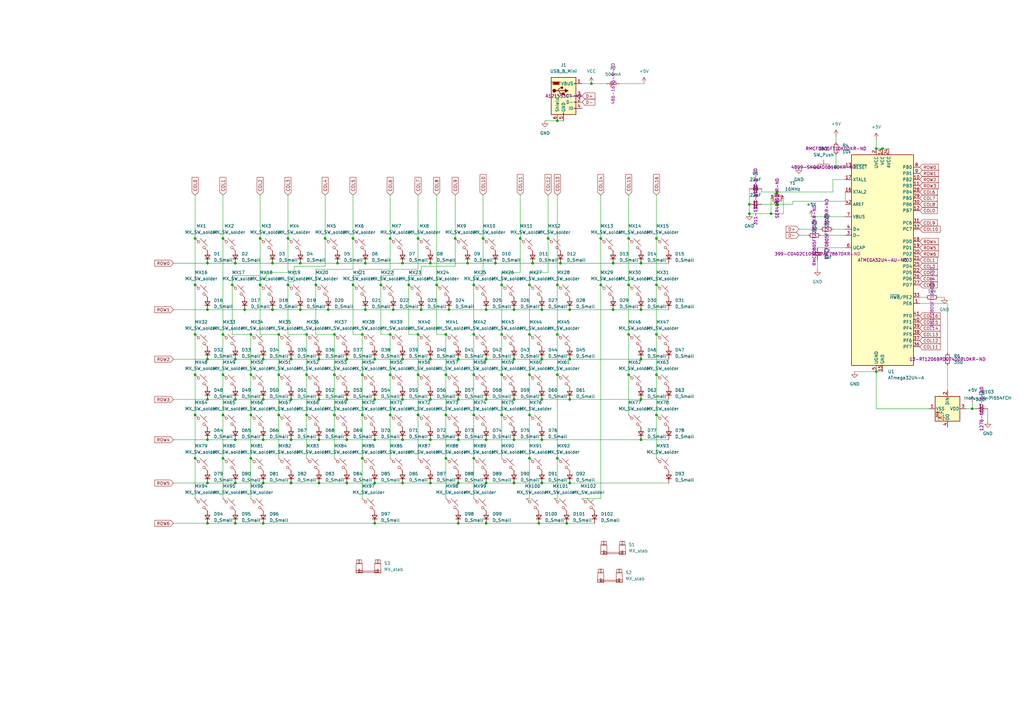
<source format=kicad_sch>
(kicad_sch (version 20230121) (generator eeschema)
  (paper "A3")
  (junction (at 111.76 107.95))
  (junction (at 205.74 116.84))
  (junction (at 171.45 170.18))
  (junction (at 85.09 214.63))
  (junction (at 160.02 137.16))
  (junction (at 187.96 198.12))
  (junction (at 91.44 187.96))
  (junction (at 222.25 180.34))
  (junction (at 137.16 170.18))
  (junction (at 359.41 152.4))
  (junction (at 176.53 180.34))
  (junction (at 246.38 116.84))
  (junction (at 107.95 163.83))
  (junction (at 171.45 153.67))
  (junction (at 149.86 127))
  (junction (at 119.38 198.12))
  (junction (at 199.39 180.34))
  (junction (at 107.95 180.34))
  (junction (at 85.09 180.34))
  (junction (at 106.68 116.84))
  (junction (at 144.78 116.84))
  (junction (at 148.59 187.96))
  (junction (at 222.25 198.12))
  (junction (at 182.88 153.67))
  (junction (at 262.89 147.32))
  (junction (at 251.46 127))
  (junction (at 187.96 147.32))
  (junction (at 85.09 163.83))
  (junction (at 182.88 187.96))
  (junction (at 194.31 137.16))
  (junction (at 91.44 137.16))
  (junction (at 85.09 147.32))
  (junction (at 95.25 116.84))
  (junction (at 80.01 137.16))
  (junction (at 194.31 187.96))
  (junction (at 111.76 127))
  (junction (at 262.89 163.83))
  (junction (at 96.52 180.34))
  (junction (at 123.19 107.95))
  (junction (at 80.01 153.67))
  (junction (at 232.41 214.63))
  (junction (at 184.15 127))
  (junction (at 85.09 198.12))
  (junction (at 119.38 147.32))
  (junction (at 269.24 137.16))
  (junction (at 176.53 107.95))
  (junction (at 224.79 97.79))
  (junction (at 220.98 214.63))
  (junction (at 194.31 170.18))
  (junction (at 359.41 60.96))
  (junction (at 102.87 187.96))
  (junction (at 210.82 180.34))
  (junction (at 102.87 170.18))
  (junction (at 257.81 153.67))
  (junction (at 142.24 180.34))
  (junction (at 269.24 97.79))
  (junction (at 269.24 153.67))
  (junction (at 133.35 97.79))
  (junction (at 107.95 147.32))
  (junction (at 80.01 187.96))
  (junction (at 217.17 187.96))
  (junction (at 257.81 116.84))
  (junction (at 130.81 163.83))
  (junction (at 307.34 83.82))
  (junction (at 153.67 163.83))
  (junction (at 134.62 127))
  (junction (at 96.52 163.83))
  (junction (at 199.39 163.83))
  (junction (at 205.74 170.18))
  (junction (at 257.81 137.16))
  (junction (at 187.96 180.34))
  (junction (at 125.73 137.16))
  (junction (at 199.39 127))
  (junction (at 148.59 137.16))
  (junction (at 233.68 147.32))
  (junction (at 130.81 147.32))
  (junction (at 91.44 153.67))
  (junction (at 85.09 107.95))
  (junction (at 199.39 198.12))
  (junction (at 153.67 180.34))
  (junction (at 153.67 214.63))
  (junction (at 156.21 116.84))
  (junction (at 167.64 116.84))
  (junction (at 137.16 153.67))
  (junction (at 165.1 147.32))
  (junction (at 161.29 127))
  (junction (at 102.87 153.67))
  (junction (at 398.78 167.64))
  (junction (at 210.82 147.32))
  (junction (at 100.33 127))
  (junction (at 316.23 87.63))
  (junction (at 269.24 116.84))
  (junction (at 191.77 107.95))
  (junction (at 80.01 116.84))
  (junction (at 205.74 153.67))
  (junction (at 96.52 198.12))
  (junction (at 318.77 83.82))
  (junction (at 179.07 116.84))
  (junction (at 194.31 153.67))
  (junction (at 228.6 137.16))
  (junction (at 187.96 214.63))
  (junction (at 229.87 107.95))
  (junction (at 160.02 97.79))
  (junction (at 182.88 137.16))
  (junction (at 171.45 97.79))
  (junction (at 176.53 163.83))
  (junction (at 144.78 97.79))
  (junction (at 186.69 97.79))
  (junction (at 172.72 127))
  (junction (at 107.95 214.63))
  (junction (at 257.81 97.79))
  (junction (at 148.59 170.18))
  (junction (at 125.73 153.67))
  (junction (at 222.25 127))
  (junction (at 165.1 163.83))
  (junction (at 228.6 153.67))
  (junction (at 222.25 147.32))
  (junction (at 228.6 187.96))
  (junction (at 160.02 153.67))
  (junction (at 262.89 180.34))
  (junction (at 187.96 163.83))
  (junction (at 80.01 170.18))
  (junction (at 153.67 198.12))
  (junction (at 153.67 147.32))
  (junction (at 262.89 127))
  (junction (at 176.53 198.12))
  (junction (at 165.1 107.95))
  (junction (at 91.44 170.18))
  (junction (at 269.24 170.18))
  (junction (at 194.31 116.84))
  (junction (at 119.38 180.34))
  (junction (at 213.36 97.79))
  (junction (at 148.59 153.67))
  (junction (at 137.16 137.16))
  (junction (at 203.2 107.95))
  (junction (at 217.17 116.84))
  (junction (at 142.24 147.32))
  (junction (at 210.82 127))
  (junction (at 217.17 137.16))
  (junction (at 114.3 170.18))
  (junction (at 106.68 97.79))
  (junction (at 129.54 116.84))
  (junction (at 114.3 137.16))
  (junction (at 91.44 97.79))
  (junction (at 242.57 34.29))
  (junction (at 233.68 163.83))
  (junction (at 96.52 214.63))
  (junction (at 96.52 147.32))
  (junction (at 262.89 107.95))
  (junction (at 233.68 198.12))
  (junction (at 130.81 180.34))
  (junction (at 210.82 198.12))
  (junction (at 123.19 127))
  (junction (at 342.9 68.58))
  (junction (at 114.3 153.67))
  (junction (at 205.74 137.16))
  (junction (at 210.82 163.83))
  (junction (at 125.73 170.18))
  (junction (at 307.34 87.63))
  (junction (at 318.77 78.74))
  (junction (at 361.95 60.96))
  (junction (at 118.11 97.79))
  (junction (at 96.52 107.95))
  (junction (at 176.53 147.32))
  (junction (at 217.17 153.67))
  (junction (at 251.46 107.95))
  (junction (at 222.25 163.83))
  (junction (at 198.12 97.79))
  (junction (at 142.24 163.83))
  (junction (at 130.81 198.12))
  (junction (at 228.6 49.53))
  (junction (at 142.24 198.12))
  (junction (at 217.17 170.18))
  (junction (at 246.38 97.79))
  (junction (at 102.87 137.16))
  (junction (at 199.39 147.32))
  (junction (at 119.38 163.83))
  (junction (at 233.68 127))
  (junction (at 149.86 107.95))
  (junction (at 118.11 116.84))
  (junction (at 85.09 127))
  (junction (at 218.44 107.95))
  (junction (at 138.43 107.95))
  (junction (at 160.02 170.18))
  (junction (at 171.45 137.16))
  (junction (at 107.95 198.12))
  (junction (at 165.1 180.34))
  (junction (at 228.6 116.84))
  (junction (at 182.88 170.18))
  (junction (at 199.39 214.63))
  (junction (at 80.01 97.79))
  (junction (at 165.1 198.12))
  (wire (pts (xy 210.82 163.83) (xy 222.25 163.83)))
  (wire (pts (xy 91.44 153.67) (xy 91.44 170.18)))
  (wire (pts (xy 233.68 198.12) (xy 274.32 198.12)))
  (wire (pts (xy 257.81 137.16) (xy 257.81 153.67)))
  (wire (pts (xy 144.78 137.16) (xy 148.59 137.16)))
  (wire (pts (xy 228.6 116.84) (xy 228.6 137.16)))
  (wire (pts (xy 388.62 149.86) (xy 388.62 160.02)))
  (wire (pts (xy 176.53 198.12) (xy 187.96 198.12)))
  (wire (pts (xy 222.25 180.34) (xy 262.89 180.34)))
  (wire (pts (xy 149.86 107.95) (xy 165.1 107.95)))
  (wire (pts (xy 398.78 165.1) (xy 398.78 167.64)))
  (wire (pts (xy 199.39 198.12) (xy 210.82 198.12)))
  (wire (pts (xy 361.95 60.96) (xy 359.41 60.96)))
  (wire (pts (xy 217.17 204.47) (xy 215.9 204.47)))
  (wire (pts (xy 142.24 198.12) (xy 153.67 198.12)))
  (wire (pts (xy 203.2 107.95) (xy 218.44 107.95)))
  (wire (pts (xy 179.07 116.84) (xy 179.07 137.16)))
  (wire (pts (xy 228.6 187.96) (xy 228.6 204.47)))
  (wire (pts (xy 130.81 163.83) (xy 142.24 163.83)))
  (wire (pts (xy 377.19 121.92) (xy 379.73 121.92)))
  (wire (pts (xy 233.68 147.32) (xy 262.89 147.32)))
  (wire (pts (xy 85.09 198.12) (xy 96.52 198.12)))
  (wire (pts (xy 148.59 137.16) (xy 148.59 153.67)))
  (wire (pts (xy 109.22 111.76) (xy 109.22 114.3)))
  (wire (pts (xy 405.13 167.64) (xy 405.13 172.72)))
  (wire (pts (xy 210.82 147.32) (xy 222.25 147.32)))
  (wire (pts (xy 123.19 107.95) (xy 138.43 107.95)))
  (wire (pts (xy 91.44 80.01) (xy 91.44 97.79)))
  (wire (pts (xy 96.52 198.12) (xy 107.95 198.12)))
  (wire (pts (xy 161.29 127) (xy 172.72 127)))
  (wire (pts (xy 95.25 137.16) (xy 102.87 137.16)))
  (wire (pts (xy 210.82 180.34) (xy 222.25 180.34)))
  (wire (pts (xy 148.59 153.67) (xy 148.59 170.18)))
  (wire (pts (xy 137.16 153.67) (xy 137.16 170.18)))
  (wire (pts (xy 156.21 137.16) (xy 160.02 137.16)))
  (wire (pts (xy 147.32 110.49) (xy 147.32 113.03)))
  (wire (pts (xy 205.74 116.84) (xy 205.74 137.16)))
  (wire (pts (xy 144.78 116.84) (xy 144.78 137.16)))
  (wire (pts (xy 118.11 115.57) (xy 118.11 116.84)))
  (wire (pts (xy 229.87 107.95) (xy 251.46 107.95)))
  (wire (pts (xy 346.71 82.55) (xy 325.12 82.55)))
  (wire (pts (xy 199.39 127) (xy 210.82 127)))
  (wire (pts (xy 109.22 114.3) (xy 106.68 114.3)))
  (wire (pts (xy 223.52 49.53) (xy 228.6 49.53)))
  (wire (pts (xy 165.1 180.34) (xy 176.53 180.34)))
  (wire (pts (xy 238.76 34.29) (xy 242.57 34.29)))
  (wire (pts (xy 100.33 127) (xy 111.76 127)))
  (wire (pts (xy 118.11 111.76) (xy 109.22 111.76)))
  (wire (pts (xy 246.38 80.01) (xy 246.38 97.79)))
  (wire (pts (xy 220.98 214.63) (xy 232.41 214.63)))
  (wire (pts (xy 176.53 107.95) (xy 191.77 107.95)))
  (wire (pts (xy 307.34 83.82) (xy 307.34 87.63)))
  (wire (pts (xy 199.39 214.63) (xy 220.98 214.63)))
  (wire (pts (xy 205.74 153.67) (xy 205.74 170.18)))
  (wire (pts (xy 194.31 113.03) (xy 194.31 116.84)))
  (wire (pts (xy 327.66 68.58) (xy 332.74 68.58)))
  (wire (pts (xy 217.17 187.96) (xy 217.17 204.47)))
  (wire (pts (xy 228.6 153.67) (xy 228.6 187.96)))
  (wire (pts (xy 342.9 63.5) (xy 342.9 68.58)))
  (wire (pts (xy 80.01 80.01) (xy 80.01 97.79)))
  (wire (pts (xy 137.16 137.16) (xy 137.16 153.67)))
  (wire (pts (xy 161.29 113.03) (xy 156.21 113.03)))
  (wire (pts (xy 232.41 214.63) (xy 243.84 214.63)))
  (wire (pts (xy 106.68 97.79) (xy 106.68 113.03)))
  (wire (pts (xy 148.59 187.96) (xy 148.59 204.47)))
  (wire (pts (xy 388.62 124.46) (xy 388.62 144.78)))
  (wire (pts (xy 80.01 97.79) (xy 80.01 116.84)))
  (wire (pts (xy 156.21 116.84) (xy 156.21 137.16)))
  (wire (pts (xy 148.59 170.18) (xy 148.59 187.96)))
  (wire (pts (xy 254 34.29) (xy 264.16 34.29)))
  (wire (pts (xy 137.16 170.18) (xy 137.16 187.96)))
  (wire (pts (xy 102.87 187.96) (xy 102.87 204.47)))
  (wire (pts (xy 336.55 96.52) (xy 346.71 96.52)))
  (wire (pts (xy 341.63 73.66) (xy 341.63 78.74)))
  (wire (pts (xy 142.24 147.32) (xy 153.67 147.32)))
  (wire (pts (xy 327.66 96.52) (xy 331.47 96.52)))
  (wire (pts (xy 71.12 214.63) (xy 85.09 214.63)))
  (wire (pts (xy 142.24 163.83) (xy 153.67 163.83)))
  (wire (pts (xy 198.12 80.01) (xy 198.12 97.79)))
  (wire (pts (xy 194.31 170.18) (xy 194.31 187.96)))
  (wire (pts (xy 71.12 127) (xy 85.09 127)))
  (wire (pts (xy 182.88 153.67) (xy 182.88 170.18)))
  (wire (pts (xy 153.67 147.32) (xy 165.1 147.32)))
  (wire (pts (xy 257.81 80.01) (xy 257.81 97.79)))
  (wire (pts (xy 262.89 163.83) (xy 274.32 163.83)))
  (wire (pts (xy 184.15 127) (xy 199.39 127)))
  (wire (pts (xy 80.01 116.84) (xy 80.01 137.16)))
  (wire (pts (xy 71.12 198.12) (xy 85.09 198.12)))
  (wire (pts (xy 398.78 167.64) (xy 400.05 167.64)))
  (wire (pts (xy 182.88 137.16) (xy 182.88 153.67)))
  (wire (pts (xy 332.74 88.9) (xy 346.71 88.9)))
  (wire (pts (xy 107.95 214.63) (xy 153.67 214.63)))
  (wire (pts (xy 144.78 110.49) (xy 129.54 110.49)))
  (wire (pts (xy 191.77 107.95) (xy 203.2 107.95)))
  (wire (pts (xy 171.45 97.79) (xy 171.45 110.49)))
  (wire (pts (xy 80.01 170.18) (xy 80.01 187.96)))
  (wire (pts (xy 269.24 170.18) (xy 269.24 187.96)))
  (wire (pts (xy 213.36 80.01) (xy 213.36 97.79)))
  (wire (pts (xy 118.11 80.01) (xy 118.11 97.79)))
  (wire (pts (xy 228.6 80.01) (xy 228.6 116.84)))
  (wire (pts (xy 172.72 109.22) (xy 172.72 113.03)))
  (wire (pts (xy 165.1 198.12) (xy 176.53 198.12)))
  (wire (pts (xy 102.87 137.16) (xy 102.87 153.67)))
  (wire (pts (xy 176.53 180.34) (xy 187.96 180.34)))
  (wire (pts (xy 359.41 60.96) (xy 359.41 57.15)))
  (wire (pts (xy 257.81 97.79) (xy 257.81 116.84)))
  (wire (pts (xy 217.17 170.18) (xy 217.17 187.96)))
  (wire (pts (xy 262.89 127) (xy 274.32 127)))
  (wire (pts (xy 91.44 97.79) (xy 91.44 137.16)))
  (wire (pts (xy 381 167.64) (xy 359.41 167.64)))
  (wire (pts (xy 125.73 153.67) (xy 125.73 170.18)))
  (wire (pts (xy 160.02 80.01) (xy 160.02 97.79)))
  (wire (pts (xy 194.31 187.96) (xy 194.31 204.47)))
  (wire (pts (xy 307.34 87.63) (xy 316.23 87.63)))
  (wire (pts (xy 327.66 93.98) (xy 336.55 93.98)))
  (wire (pts (xy 71.12 107.95) (xy 85.09 107.95)))
  (wire (pts (xy 198.12 113.03) (xy 194.31 113.03)))
  (wire (pts (xy 342.9 55.88) (xy 342.9 58.42)))
  (wire (pts (xy 262.89 180.34) (xy 274.32 180.34)))
  (wire (pts (xy 321.31 81.28) (xy 321.31 87.63)))
  (wire (pts (xy 316.23 81.28) (xy 316.23 87.63)))
  (wire (pts (xy 222.25 163.83) (xy 233.68 163.83)))
  (wire (pts (xy 106.68 80.01) (xy 106.68 97.79)))
  (wire (pts (xy 217.17 116.84) (xy 217.17 137.16)))
  (wire (pts (xy 96.52 163.83) (xy 107.95 163.83)))
  (wire (pts (xy 262.89 147.32) (xy 274.32 147.32)))
  (wire (pts (xy 262.89 107.95) (xy 274.32 107.95)))
  (wire (pts (xy 118.11 137.16) (xy 125.73 137.16)))
  (wire (pts (xy 106.68 137.16) (xy 114.3 137.16)))
  (wire (pts (xy 91.44 187.96) (xy 91.44 204.47)))
  (wire (pts (xy 85.09 147.32) (xy 96.52 147.32)))
  (wire (pts (xy 107.95 180.34) (xy 119.38 180.34)))
  (wire (pts (xy 364.49 60.96) (xy 361.95 60.96)))
  (wire (pts (xy 194.31 137.16) (xy 194.31 153.67)))
  (wire (pts (xy 138.43 107.95) (xy 149.86 107.95)))
  (wire (pts (xy 342.9 68.58) (xy 346.71 68.58)))
  (wire (pts (xy 186.69 109.22) (xy 172.72 109.22)))
  (wire (pts (xy 91.44 137.16) (xy 91.44 153.67)))
  (wire (pts (xy 85.09 107.95) (xy 96.52 107.95)))
  (wire (pts (xy 269.24 97.79) (xy 269.24 116.84)))
  (wire (pts (xy 119.38 198.12) (xy 130.81 198.12)))
  (wire (pts (xy 217.17 153.67) (xy 217.17 170.18)))
  (wire (pts (xy 222.25 147.32) (xy 233.68 147.32)))
  (wire (pts (xy 129.54 110.49) (xy 129.54 116.84)))
  (wire (pts (xy 179.07 137.16) (xy 182.88 137.16)))
  (wire (pts (xy 251.46 127) (xy 262.89 127)))
  (wire (pts (xy 119.38 147.32) (xy 130.81 147.32)))
  (wire (pts (xy 80.01 137.16) (xy 80.01 153.67)))
  (wire (pts (xy 171.45 110.49) (xy 161.29 110.49)))
  (wire (pts (xy 130.81 198.12) (xy 142.24 198.12)))
  (wire (pts (xy 165.1 163.83) (xy 176.53 163.83)))
  (wire (pts (xy 205.74 111.76) (xy 205.74 116.84)))
  (wire (pts (xy 85.09 127) (xy 100.33 127)))
  (wire (pts (xy 312.42 78.74) (xy 312.42 77.47)))
  (wire (pts (xy 187.96 163.83) (xy 199.39 163.83)))
  (wire (pts (xy 123.19 127) (xy 134.62 127)))
  (wire (pts (xy 224.79 111.76) (xy 217.17 111.76)))
  (wire (pts (xy 257.81 153.67) (xy 257.81 170.18)))
  (wire (pts (xy 133.35 109.22) (xy 133.35 97.79)))
  (wire (pts (xy 120.65 109.22) (xy 133.35 109.22)))
  (wire (pts (xy 210.82 198.12) (xy 222.25 198.12)))
  (wire (pts (xy 106.68 113.03) (xy 95.25 113.03)))
  (wire (pts (xy 125.73 137.16) (xy 125.73 153.67)))
  (wire (pts (xy 133.35 80.01) (xy 133.35 97.79)))
  (wire (pts (xy 325.12 83.82) (xy 318.77 83.82)))
  (wire (pts (xy 102.87 170.18) (xy 102.87 187.96)))
  (wire (pts (xy 224.79 97.79) (xy 224.79 111.76)))
  (wire (pts (xy 118.11 97.79) (xy 118.11 111.76)))
  (wire (pts (xy 114.3 170.18) (xy 114.3 187.96)))
  (wire (pts (xy 149.86 127) (xy 161.29 127)))
  (wire (pts (xy 228.6 204.47) (xy 227.33 204.47)))
  (wire (pts (xy 246.38 116.84) (xy 246.38 204.47)))
  (wire (pts (xy 194.31 153.67) (xy 194.31 170.18)))
  (wire (pts (xy 153.67 198.12) (xy 165.1 198.12)))
  (wire (pts (xy 107.95 147.32) (xy 119.38 147.32)))
  (wire (pts (xy 171.45 170.18) (xy 171.45 187.96)))
  (wire (pts (xy 224.79 80.01) (xy 224.79 97.79)))
  (wire (pts (xy 187.96 180.34) (xy 199.39 180.34)))
  (wire (pts (xy 129.54 137.16) (xy 137.16 137.16)))
  (wire (pts (xy 172.72 113.03) (xy 167.64 113.03)))
  (wire (pts (xy 396.24 167.64) (xy 398.78 167.64)))
  (wire (pts (xy 95.25 116.84) (xy 95.25 137.16)))
  (wire (pts (xy 228.6 137.16) (xy 228.6 153.67)))
  (wire (pts (xy 269.24 153.67) (xy 269.24 170.18)))
  (wire (pts (xy 335.28 101.6) (xy 346.71 101.6)))
  (wire (pts (xy 359.41 152.4) (xy 361.95 152.4)))
  (wire (pts (xy 187.96 198.12) (xy 199.39 198.12)))
  (wire (pts (xy 269.24 80.01) (xy 269.24 97.79)))
  (wire (pts (xy 160.02 110.49) (xy 147.32 110.49)))
  (wire (pts (xy 228.6 49.53) (xy 231.14 49.53)))
  (wire (pts (xy 161.29 110.49) (xy 161.29 113.03)))
  (wire (pts (xy 199.39 180.34) (xy 210.82 180.34)))
  (wire (pts (xy 172.72 127) (xy 184.15 127)))
  (wire (pts (xy 85.09 163.83) (xy 96.52 163.83)))
  (wire (pts (xy 167.64 137.16) (xy 171.45 137.16)))
  (wire (pts (xy 71.12 163.83) (xy 85.09 163.83)))
  (wire (pts (xy 182.88 170.18) (xy 182.88 187.96)))
  (wire (pts (xy 160.02 97.79) (xy 160.02 110.49)))
  (wire (pts (xy 350.52 152.4) (xy 359.41 152.4)))
  (wire (pts (xy 147.32 113.03) (xy 144.78 113.03)))
  (wire (pts (xy 346.71 78.74) (xy 346.71 82.55)))
  (wire (pts (xy 160.02 170.18) (xy 160.02 187.96)))
  (wire (pts (xy 153.67 214.63) (xy 187.96 214.63)))
  (wire (pts (xy 118.11 116.84) (xy 118.11 137.16)))
  (wire (pts (xy 107.95 163.83) (xy 119.38 163.83)))
  (wire (pts (xy 186.69 97.79) (xy 186.69 109.22)))
  (wire (pts (xy 130.81 147.32) (xy 142.24 147.32)))
  (wire (pts (xy 222.25 198.12) (xy 233.68 198.12)))
  (wire (pts (xy 205.74 170.18) (xy 205.74 187.96)))
  (wire (pts (xy 213.36 111.76) (xy 205.74 111.76)))
  (wire (pts (xy 210.82 127) (xy 222.25 127)))
  (wire (pts (xy 269.24 116.84) (xy 269.24 137.16)))
  (wire (pts (xy 218.44 107.95) (xy 229.87 107.95)))
  (wire (pts (xy 160.02 137.16) (xy 160.02 153.67)))
  (wire (pts (xy 134.62 127) (xy 149.86 127)))
  (wire (pts (xy 167.64 116.84) (xy 167.64 137.16)))
  (wire (pts (xy 269.24 137.16) (xy 269.24 153.67)))
  (wire (pts (xy 179.07 80.01) (xy 179.07 116.84)))
  (wire (pts (xy 346.71 73.66) (xy 341.63 73.66)))
  (wire (pts (xy 95.25 113.03) (xy 95.25 116.84)))
  (wire (pts (xy 198.12 97.79) (xy 198.12 113.03)))
  (wire (pts (xy 318.77 78.74) (xy 312.42 78.74)))
  (wire (pts (xy 80.01 153.67) (xy 80.01 170.18)))
  (wire (pts (xy 114.3 137.16) (xy 114.3 153.67)))
  (wire (pts (xy 242.57 34.29) (xy 248.92 34.29)))
  (wire (pts (xy 144.78 80.01) (xy 144.78 97.79)))
  (wire (pts (xy 325.12 82.55) (xy 325.12 83.82)))
  (wire (pts (xy 111.76 127) (xy 123.19 127)))
  (wire (pts (xy 199.39 147.32) (xy 210.82 147.32)))
  (wire (pts (xy 176.53 147.32) (xy 187.96 147.32)))
  (wire (pts (xy 96.52 180.34) (xy 107.95 180.34)))
  (wire (pts (xy 335.28 106.68) (xy 335.28 110.49)))
  (wire (pts (xy 257.81 116.84) (xy 257.81 137.16)))
  (wire (pts (xy 233.68 127) (xy 251.46 127)))
  (wire (pts (xy 213.36 97.79) (xy 213.36 111.76)))
  (wire (pts (xy 111.76 107.95) (xy 123.19 107.95)))
  (wire (pts (xy 176.53 163.83) (xy 187.96 163.83)))
  (wire (pts (xy 384.81 121.92) (xy 387.35 121.92)))
  (wire (pts (xy 171.45 137.16) (xy 171.45 153.67)))
  (wire (pts (xy 217.17 111.76) (xy 217.17 116.84)))
  (wire (pts (xy 341.63 93.98) (xy 346.71 93.98)))
  (wire (pts (xy 96.52 147.32) (xy 107.95 147.32)))
  (wire (pts (xy 182.88 187.96) (xy 182.88 204.47)))
  (wire (pts (xy 251.46 107.95) (xy 262.89 107.95)))
  (wire (pts (xy 187.96 214.63) (xy 199.39 214.63)))
  (wire (pts (xy 144.78 97.79) (xy 144.78 110.49)))
  (wire (pts (xy 233.68 163.83) (xy 262.89 163.83)))
  (wire (pts (xy 144.78 113.03) (xy 144.78 116.84)))
  (wire (pts (xy 171.45 153.67) (xy 171.45 170.18)))
  (wire (pts (xy 85.09 147.32) (xy 71.12 147.32)))
  (wire (pts (xy 171.45 80.01) (xy 171.45 97.79)))
  (wire (pts (xy 160.02 153.67) (xy 160.02 170.18)))
  (wire (pts (xy 217.17 137.16) (xy 217.17 153.67)))
  (wire (pts (xy 186.69 80.01) (xy 186.69 97.79)))
  (wire (pts (xy 114.3 153.67) (xy 114.3 170.18)))
  (wire (pts (xy 199.39 163.83) (xy 210.82 163.83)))
  (wire (pts (xy 71.12 180.34) (xy 85.09 180.34)))
  (wire (pts (xy 187.96 147.32) (xy 199.39 147.32)))
  (wire (pts (xy 85.09 180.34) (xy 96.52 180.34)))
  (wire (pts (xy 307.34 77.47) (xy 307.34 83.82)))
  (wire (pts (xy 125.73 170.18) (xy 125.73 187.96)))
  (wire (pts (xy 312.42 83.82) (xy 318.77 83.82)))
  (wire (pts (xy 106.68 116.84) (xy 106.68 137.16)))
  (wire (pts (xy 106.68 114.3) (xy 106.68 116.84)))
  (wire (pts (xy 167.64 113.03) (xy 167.64 116.84)))
  (wire (pts (xy 205.74 137.16) (xy 205.74 153.67)))
  (wire (pts (xy 96.52 214.63) (xy 107.95 214.63)))
  (wire (pts (xy 165.1 147.32) (xy 176.53 147.32)))
  (wire (pts (xy 153.67 180.34) (xy 165.1 180.34)))
  (wire (pts (xy 246.38 204.47) (xy 238.76 204.47)))
  (wire (pts (xy 96.52 107.95) (xy 111.76 107.95)))
  (wire (pts (xy 377.19 124.46) (xy 388.62 124.46)))
  (wire (pts (xy 102.87 153.67) (xy 102.87 170.18)))
  (wire (pts (xy 118.11 115.57) (xy 120.65 115.57)))
  (wire (pts (xy 222.25 127) (xy 233.68 127)))
  (wire (pts (xy 359.41 167.64) (xy 359.41 152.4)))
  (wire (pts (xy 129.54 116.84) (xy 129.54 137.16)))
  (wire (pts (xy 85.09 214.63) (xy 96.52 214.63)))
  (wire (pts (xy 341.63 78.74) (xy 318.77 78.74)))
  (wire (pts (xy 142.24 180.34) (xy 153.67 180.34)))
  (wire (pts (xy 91.44 170.18) (xy 91.44 187.96)))
  (wire (pts (xy 156.21 113.03) (xy 156.21 116.84)))
  (wire (pts (xy 80.01 187.96) (xy 80.01 204.47)))
  (wire (pts (xy 120.65 115.57) (xy 120.65 109.22)))
  (wire (pts (xy 130.81 180.34) (xy 142.24 180.34)))
  (wire (pts (xy 316.23 87.63) (xy 321.31 87.63)))
  (wire (pts (xy 119.38 180.34) (xy 130.81 180.34)))
  (wire (pts (xy 165.1 107.95) (xy 176.53 107.95)))
  (wire (pts (xy 246.38 97.79) (xy 246.38 116.84)))
  (wire (pts (xy 194.31 116.84) (xy 194.31 137.16)))
  (wire (pts (xy 119.38 163.83) (xy 130.81 163.83)))
  (wire (pts (xy 153.67 163.83) (xy 165.1 163.83)))
  (wire (pts (xy 107.95 198.12) (xy 119.38 198.12)))
  (global_label "ROW4" (shape input) (at 377.19 99.06 0) (property "Intersheetrefs" "${INTERSHEET_REFS}" (effects hide)))
  (global_label "ROW1" (shape input) (at 71.12 127 180) (property "Intersheetrefs" "${INTERSHEET_REFS}" (effects hide)))
  (global_label "COL6" (shape input) (at 160.02 80.01 90) (property "Intersheetrefs" "${INTERSHEET_REFS}" (effects hide)))
  (global_label "COL15" (shape input) (at 377.19 132.08 0) (property "Intersheetrefs" "${INTERSHEET_REFS}" (effects hide)))
  (global_label "COL13" (shape input) (at 377.19 137.16 0) (property "Intersheetrefs" "${INTERSHEET_REFS}" (effects hide)))
  (global_label "ROW0" (shape input) (at 71.12 107.95 180) (property "Intersheetrefs" "${INTERSHEET_REFS}" (effects hide)))
  (global_label "D-" (shape input) (at 238.76 41.91 0) (property "Intersheetrefs" "${INTERSHEET_REFS}" (effects hide)))
  (global_label "COL16" (shape input) (at 269.24 80.01 90) (property "Intersheetrefs" "${INTERSHEET_REFS}" (effects hide)))
  (global_label "COL5" (shape input) (at 377.19 116.84 0) (property "Intersheetrefs" "${INTERSHEET_REFS}" (effects hide)))
  (global_label "COL3" (shape input) (at 377.19 109.22 0) (property "Intersheetrefs" "${INTERSHEET_REFS}" (effects hide)))
  (global_label "COL10" (shape input) (at 198.12 80.01 90) (property "Intersheetrefs" "${INTERSHEET_REFS}" (effects hide)))
  (global_label "ROW3" (shape input) (at 71.12 163.83 180) (property "Intersheetrefs" "${INTERSHEET_REFS}" (effects hide)))
  (global_label "D-" (shape input) (at 327.66 96.52 180) (property "Intersheetrefs" "${INTERSHEET_REFS}" (effects hide)))
  (global_label "ROW0" (shape input) (at 377.19 68.58 0) (property "Intersheetrefs" "${INTERSHEET_REFS}" (effects hide)))
  (global_label "COL8" (shape input) (at 179.07 80.01 90) (property "Intersheetrefs" "${INTERSHEET_REFS}" (effects hide)))
  (global_label "COL13" (shape input) (at 228.6 80.01 90) (property "Intersheetrefs" "${INTERSHEET_REFS}" (effects hide)))
  (global_label "COL0" (shape input) (at 377.19 86.36 0) (property "Intersheetrefs" "${INTERSHEET_REFS}" (effects hide)))
  (global_label "COL12" (shape input) (at 224.79 80.01 90) (property "Intersheetrefs" "${INTERSHEET_REFS}" (effects hide)))
  (global_label "COL2" (shape input) (at 377.19 111.76 0) (property "Intersheetrefs" "${INTERSHEET_REFS}" (effects hide)))
  (global_label "COL15" (shape input) (at 257.81 80.01 90) (property "Intersheetrefs" "${INTERSHEET_REFS}" (effects hide)))
  (global_label "COL3" (shape input) (at 118.11 80.01 90) (property "Intersheetrefs" "${INTERSHEET_REFS}" (effects hide)))
  (global_label "COL7" (shape input) (at 377.19 81.28 0) (property "Intersheetrefs" "${INTERSHEET_REFS}" (effects hide)))
  (global_label "COL10" (shape input) (at 377.19 93.98 0) (property "Intersheetrefs" "${INTERSHEET_REFS}" (effects hide)))
  (global_label "COL6" (shape input) (at 377.19 78.74 0) (property "Intersheetrefs" "${INTERSHEET_REFS}" (effects hide)))
  (global_label "COL11" (shape input) (at 377.19 142.24 0) (property "Intersheetrefs" "${INTERSHEET_REFS}" (effects hide)))
  (global_label "COL14" (shape input) (at 246.38 80.01 90) (property "Intersheetrefs" "${INTERSHEET_REFS}" (effects hide)))
  (global_label "ROW5" (shape input) (at 377.19 101.6 0) (property "Intersheetrefs" "${INTERSHEET_REFS}" (effects hide)))
  (global_label "COL4" (shape input) (at 377.19 114.3 0) (property "Intersheetrefs" "${INTERSHEET_REFS}" (effects hide)))
  (global_label "ROW4" (shape input) (at 71.12 180.34 180) (property "Intersheetrefs" "${INTERSHEET_REFS}" (effects hide)))
  (global_label "ROW3" (shape input) (at 377.19 76.2 0) (property "Intersheetrefs" "${INTERSHEET_REFS}" (effects hide)))
  (global_label "COL11" (shape input) (at 213.36 80.01 90) (property "Intersheetrefs" "${INTERSHEET_REFS}" (effects hide)))
  (global_label "COL2" (shape input) (at 106.68 80.01 90) (property "Intersheetrefs" "${INTERSHEET_REFS}" (effects hide)))
  (global_label "COL16" (shape input) (at 377.19 129.54 0) (property "Intersheetrefs" "${INTERSHEET_REFS}" (effects hide)))
  (global_label "COL7" (shape input) (at 171.45 80.01 90) (property "Intersheetrefs" "${INTERSHEET_REFS}" (effects hide)))
  (global_label "D+" (shape input) (at 238.76 39.37 0) (property "Intersheetrefs" "${INTERSHEET_REFS}" (effects hide)))
  (global_label "ROW6" (shape input) (at 377.19 104.14 0) (property "Intersheetrefs" "${INTERSHEET_REFS}" (effects hide)))
  (global_label "COL5" (shape input) (at 144.78 80.01 90) (property "Intersheetrefs" "${INTERSHEET_REFS}" (effects hide)))
  (global_label "COL1" (shape input) (at 377.19 106.68 0) (property "Intersheetrefs" "${INTERSHEET_REFS}" (effects hide)))
  (global_label "COL4" (shape input) (at 133.35 80.01 90) (property "Intersheetrefs" "${INTERSHEET_REFS}" (effects hide)))
  (global_label "ROW2" (shape input) (at 71.12 147.32 180) (property "Intersheetrefs" "${INTERSHEET_REFS}" (effects hide)))
  (global_label "COL14" (shape input) (at 377.19 134.62 0) (property "Intersheetrefs" "${INTERSHEET_REFS}" (effects hide)))
  (global_label "COL9" (shape input) (at 186.69 80.01 90) (property "Intersheetrefs" "${INTERSHEET_REFS}" (effects hide)))
  (global_label "D+" (shape input) (at 327.66 93.98 180) (property "Intersheetrefs" "${INTERSHEET_REFS}" (effects hide)))
  (global_label "ROW2" (shape input) (at 377.19 73.66 0) (property "Intersheetrefs" "${INTERSHEET_REFS}" (effects hide)))
  (global_label "COL8" (shape input) (at 377.19 83.82 0) (property "Intersheetrefs" "${INTERSHEET_REFS}" (effects hide)))
  (global_label "ROW1" (shape input) (at 377.19 71.12 0) (property "Intersheetrefs" "${INTERSHEET_REFS}" (effects hide)))
  (global_label "COL9" (shape input) (at 377.19 91.44 0) (property "Intersheetrefs" "${INTERSHEET_REFS}" (effects hide)))
  (global_label "COL12" (shape input) (at 377.19 139.7 0) (property "Intersheetrefs" "${INTERSHEET_REFS}" (effects hide)))
  (global_label "ROW5" (shape input) (at 71.12 198.12 180) (property "Intersheetrefs" "${INTERSHEET_REFS}" (effects hide)))
  (global_label "COL0" (shape input) (at 80.01 80.01 90) (property "Intersheetrefs" "${INTERSHEET_REFS}" (effects hide)))
  (global_label "ROW6" (shape input) (at 71.12 214.63 180) (property "Intersheetrefs" "${INTERSHEET_REFS}" (effects hide)))
  (global_label "COL1" (shape input) (at 91.44 80.01 90) (property "Intersheetrefs" "${INTERSHEET_REFS}" (effects hide)))
  (symbol (lib_id "Device:D_Small") (at 243.84 212.09 90) (unit 1)
    (property "Reference" "D102" (at 246.38 210.82 90) (effects (justify right)))
    (property "Value" "D_Small" (at 246.38 213.36 90) (effects (justify right)))
    (property "Footprint" "Diode_SMD:D_SOD-123" (effects hide))
    (property "Datasheet" "https://www.mccsemi.com/pdf/Products/1N4148W(SOD-123).pdf" (effects hide))
    (property "Sim.Device" "D" (effects hide))
    (property "Sim.Pins" "1=K 2=A" (effects hide))
    (property "ManufacturerPartNumber" "1N4148W" (effects hide))
    (property "DigikeyPartNumber" "1N4148WTPMSDKR-ND" (effects hide))
    (property "MouserPartNumber" "833-1N4148W-TP" (effects hide))
  )
  (symbol (lib_id "Device:Crystal_GND24_Small") (at 318.77 81.28 270) (unit 1)
    (property "Reference" "Y1" (at 325.12 75.0503 90))
    (property "Value" "16MHz" (at 325.12 77.5903 90))
    (property "Footprint" "Crystal:Crystal_SMD_3225-4Pin_3.2x2.5mm_HandSoldering" (effects hide))
    (property "DigikeyPartNumber" "SER4069DKR-ND" (at 318.77 81.28 0))
    (property "MouserPartNumber" "732-322516MF09Z-AC0" (effects hide))
  )
  (symbol (lib_id "MCU_Microchip_ATmega:ATmega32U4-A") (at 361.95 106.68 0) (unit 1)
    (property "Reference" "U1" (at 364.1441 152.4 0) (effects (justify left)))
    (property "Value" "ATmega32U4-A" (at 364.1441 154.94 0) (effects (justify left)))
    (property "Footprint" "Package_QFP:TQFP-44_10x10mm_P0.8mm" (effects hide))
    (property "Datasheet" "http://ww1.microchip.com/downloads/en/DeviceDoc/Atmel-7766-8-bit-AVR-ATmega16U4-32U4_Datasheet.pdf" (effects hide))
    (property "DigikeyPartNumber" "ATMEGA32U4-AU-ND" (at 361.95 106.68 0))
    (property "MouserPartNumber" "556-ATMEGA32U4-AU" (effects hide))
  )
  (symbol (lib_id "Device:D_Small") (at 130.81 144.78 90) (unit 1)
    (property "Reference" "D36" (at 133.35 143.51 90) (effects (justify right)))
    (property "Value" "D_Small" (at 133.35 146.05 90) (effects (justify right)))
    (property "Footprint" "Diode_SMD:D_SOD-123" (effects hide))
    (property "Datasheet" "https://www.mccsemi.com/pdf/Products/1N4148W(SOD-123).pdf" (effects hide))
    (property "Sim.Device" "D" (effects hide))
    (property "Sim.Pins" "1=K 2=A" (effects hide))
    (property "ManufacturerPartNumber" "1N4148W" (effects hide))
    (property "DigikeyPartNumber" "1N4148WTPMSDKR-ND" (effects hide))
    (property "MouserPartNumber" "833-1N4148W-TP" (effects hide))
  )
  (symbol (lib_id "Connector:USB_B_Mini") (at 231.14 39.37 0) (unit 1)
    (property "Reference" "J1" (at 231.14 26.67 0))
    (property "Value" "USB_B_Mini" (at 231.14 29.21 0))
    (property "Footprint" "Connector_USB:USB_Mini-B_Lumberg_2486_01_Horizontal" (effects hide))
    (property "Datasheet" "https://www.mouser.com/datasheet/2/418/7/ENG_CD_1734035_F-2016718.pdf" (effects hide))
    (property "DigikeyPartNumber" "A121553CT-ND" (at 231.14 39.37 0))
    (property "MouserPartNumber" "571-1734035-3 " (effects hide))
    (property "ManufacturerPartNumber" "1734035-3" (effects hide))
  )
  (symbol (lib_id "PCM_marbastlib-mx:MX_SW_solder") (at 82.55 100.33 0) (unit 1)
    (property "Reference" "MX1" (at 82.55 92.71 0))
    (property "Value" "MX_SW_solder" (at 82.55 95.25 0))
    (property "Footprint" "PCM_Switch_Keyboard_Cherry_MX:SW_Cherry_MX_PCB_1.00u" (effects hide))
  )
  (symbol (lib_id "Device:D_Small") (at 176.53 195.58 90) (unit 1)
    (property "Reference" "D87" (at 179.07 194.31 90) (effects (justify right)))
    (property "Value" "D_Small" (at 179.07 196.85 90) (effects (justify right)))
    (property "Footprint" "Diode_SMD:D_SOD-123" (effects hide))
    (property "Datasheet" "https://www.mccsemi.com/pdf/Products/1N4148W(SOD-123).pdf" (effects hide))
    (property "Sim.Device" "D" (effects hide))
    (property "Sim.Pins" "1=K 2=A" (effects hide))
    (property "ManufacturerPartNumber" "1N4148W" (effects hide))
    (property "DigikeyPartNumber" "1N4148WTPMSDKR-ND" (effects hide))
    (property "MouserPartNumber" "833-1N4148W-TP" (effects hide))
  )
  (symbol (lib_id "PCM_marbastlib-mx:MX_SW_solder") (at 162.56 156.21 0) (unit 1)
    (property "Reference" "MX55" (at 162.56 148.59 0))
    (property "Value" "MX_SW_solder" (at 162.56 151.13 0))
    (property "Footprint" "PCM_Switch_Keyboard_Cherry_MX:SW_Cherry_MX_PCB_1.00u" (effects hide))
  )
  (symbol (lib_id "PCM_marbastlib-mx:MX_SW_solder") (at 260.35 119.38 0) (unit 1)
    (property "Reference" "MX30" (at 260.35 111.76 0))
    (property "Value" "MX_SW_solder" (at 260.35 114.3 0))
    (property "Footprint" "PCM_Switch_Keyboard_Cherry_MX:SW_Cherry_MX_PCB_1.00u" (effects hide))
  )
  (symbol (lib_id "power:+5V") (at 342.9 55.88 0) (unit 1)
    (property "Reference" "#PWR04" (effects hide))
    (property "Value" "+5V" (at 342.9 50.8 0))
  )
  (symbol (lib_id "PCM_marbastlib-mx:MX_SW_solder") (at 260.35 156.21 0) (unit 1)
    (property "Reference" "MX62" (at 260.35 148.59 0))
    (property "Value" "MX_SW_solder" (at 260.35 151.13 0))
    (property "Footprint" "PCM_Switch_Keyboard_Cherry_MX:SW_Cherry_MX_PCB_1.00u" (effects hide))
  )
  (symbol (lib_id "PCM_marbastlib-mx:MX_SW_solder") (at 196.85 172.72 0) (unit 1)
    (property "Reference" "MX74" (at 196.85 165.1 0))
    (property "Value" "MX_SW_solder" (at 196.85 167.64 0))
    (property "Footprint" "PCM_Switch_Keyboard_Cherry_MX:SW_Cherry_MX_PCB_1.00u" (effects hide))
  )
  (symbol (lib_id "Device:D_Small") (at 111.76 124.46 90) (unit 1)
    (property "Reference" "D18" (at 114.3 123.19 90) (effects (justify right)))
    (property "Value" "D_Small" (at 114.3 125.73 90) (effects (justify right)))
    (property "Footprint" "Diode_SMD:D_SOD-123" (effects hide))
    (property "Datasheet" "https://www.mccsemi.com/pdf/Products/1N4148W(SOD-123).pdf" (effects hide))
    (property "Sim.Device" "D" (effects hide))
    (property "Sim.Pins" "1=K 2=A" (effects hide))
    (property "ManufacturerPartNumber" "1N4148W" (effects hide))
    (property "DigikeyPartNumber" "1N4148WTPMSDKR-ND" (effects hide))
    (property "MouserPartNumber" "833-1N4148W-TP" (effects hide))
  )
  (symbol (lib_id "Device:D_Small") (at 142.24 144.78 90) (unit 1)
    (property "Reference" "D37" (at 144.78 143.51 90) (effects (justify right)))
    (property "Value" "D_Small" (at 144.78 146.05 90) (effects (justify right)))
    (property "Footprint" "Diode_SMD:D_SOD-123" (effects hide))
    (property "Datasheet" "https://www.mccsemi.com/pdf/Products/1N4148W(SOD-123).pdf" (effects hide))
    (property "Sim.Device" "D" (effects hide))
    (property "Sim.Pins" "1=K 2=A" (effects hide))
    (property "ManufacturerPartNumber" "1N4148W" (effects hide))
    (property "DigikeyPartNumber" "1N4148WTPMSDKR-ND" (effects hide))
    (property "MouserPartNumber" "833-1N4148W-TP" (effects hide))
  )
  (symbol (lib_id "Device:D_Small") (at 85.09 212.09 90) (unit 1)
    (property "Reference" "D94" (at 87.63 210.82 90) (effects (justify right)))
    (property "Value" "D_Small" (at 87.63 213.36 90) (effects (justify right)))
    (property "Footprint" "Diode_SMD:D_SOD-123" (effects hide))
    (property "Datasheet" "https://www.mccsemi.com/pdf/Products/1N4148W(SOD-123).pdf" (effects hide))
    (property "Sim.Device" "D" (effects hide))
    (property "Sim.Pins" "1=K 2=A" (effects hide))
    (property "ManufacturerPartNumber" "1N4148W" (effects hide))
    (property "DigikeyPartNumber" "1N4148WTPMSDKR-ND" (effects hide))
    (property "MouserPartNumber" "833-1N4148W-TP" (effects hide))
  )
  (symbol (lib_id "Device:D_Small") (at 165.1 105.41 90) (unit 1)
    (property "Reference" "D7" (at 167.64 104.14 90) (effects (justify right)))
    (property "Value" "D_Small" (at 167.64 106.68 90) (effects (justify right)))
    (property "Footprint" "Diode_SMD:D_SOD-123" (effects hide))
    (property "Datasheet" "https://www.mccsemi.com/pdf/Products/1N4148W(SOD-123).pdf" (effects hide))
    (property "Sim.Device" "D" (effects hide))
    (property "Sim.Pins" "1=K 2=A" (effects hide))
    (property "ManufacturerPartNumber" "1N4148W" (effects hide))
    (property "DigikeyPartNumber" "1N4148WTPMSDKR-ND" (effects hide))
    (property "MouserPartNumber" "833-1N4148W-TP" (effects hide))
  )
  (symbol (lib_id "power:GND") (at 405.13 172.72 0) (unit 1)
    (property "Reference" "#PWR013" (effects hide))
    (property "Value" "GND" (at 405.13 177.8 0))
  )
  (symbol (lib_id "Device:D_Small") (at 262.89 105.41 90) (unit 1)
    (property "Reference" "D14" (at 265.43 104.14 90) (effects (justify right)))
    (property "Value" "D_Small" (at 265.43 106.68 90) (effects (justify right)))
    (property "Footprint" "Diode_SMD:D_SOD-123" (effects hide))
    (property "Datasheet" "https://www.mccsemi.com/pdf/Products/1N4148W(SOD-123).pdf" (effects hide))
    (property "Sim.Device" "D" (effects hide))
    (property "Sim.Pins" "1=K 2=A" (effects hide))
    (property "ManufacturerPartNumber" "1N4148W" (effects hide))
    (property "DigikeyPartNumber" "1N4148WTPMSDKR-ND" (effects hide))
    (property "MouserPartNumber" "833-1N4148W-TP" (effects hide))
  )
  (symbol (lib_id "Device:D_Small") (at 233.68 161.29 90) (unit 1)
    (property "Reference" "D61" (at 236.22 160.02 90) (effects (justify right)))
    (property "Value" "D_Small" (at 236.22 162.56 90) (effects (justify right)))
    (property "Footprint" "Diode_SMD:D_SOD-123" (effects hide))
    (property "Datasheet" "https://www.mccsemi.com/pdf/Products/1N4148W(SOD-123).pdf" (effects hide))
    (property "Sim.Device" "D" (effects hide))
    (property "Sim.Pins" "1=K 2=A" (effects hide))
    (property "ManufacturerPartNumber" "1N4148W" (effects hide))
    (property "DigikeyPartNumber" "1N4148WTPMSDKR-ND" (effects hide))
    (property "MouserPartNumber" "833-1N4148W-TP" (effects hide))
  )
  (symbol (lib_id "Device:D_Small") (at 233.68 124.46 90) (unit 1)
    (property "Reference" "D28" (at 236.22 123.19 90) (effects (justify right)))
    (property "Value" "D_Small" (at 236.22 125.73 90) (effects (justify right)))
    (property "Footprint" "Diode_SMD:D_SOD-123" (effects hide))
    (property "Datasheet" "https://www.mccsemi.com/pdf/Products/1N4148W(SOD-123).pdf" (effects hide))
    (property "Sim.Device" "D" (effects hide))
    (property "Sim.Pins" "1=K 2=A" (effects hide))
    (property "ManufacturerPartNumber" "1N4148W" (effects hide))
    (property "DigikeyPartNumber" "1N4148WTPMSDKR-ND" (effects hide))
    (property "MouserPartNumber" "833-1N4148W-TP" (effects hide))
  )
  (symbol (lib_id "PCM_marbastlib-mx:MX_SW_solder") (at 139.7 172.72 0) (unit 1)
    (property "Reference" "MX69" (at 139.7 165.1 0))
    (property "Value" "MX_SW_solder" (at 139.7 167.64 0))
    (property "Footprint" "PCM_Switch_Keyboard_Cherry_MX:SW_Cherry_MX_PCB_1.00u" (effects hide))
  )
  (symbol (lib_id "Device:D_Small") (at 210.82 195.58 90) (unit 1)
    (property "Reference" "D90" (at 213.36 194.31 90) (effects (justify right)))
    (property "Value" "D_Small" (at 213.36 196.85 90) (effects (justify right)))
    (property "Footprint" "Diode_SMD:D_SOD-123" (effects hide))
    (property "Datasheet" "https://www.mccsemi.com/pdf/Products/1N4148W(SOD-123).pdf" (effects hide))
    (property "Sim.Device" "D" (effects hide))
    (property "Sim.Pins" "1=K 2=A" (effects hide))
    (property "ManufacturerPartNumber" "1N4148W" (effects hide))
    (property "DigikeyPartNumber" "1N4148WTPMSDKR-ND" (effects hide))
    (property "MouserPartNumber" "833-1N4148W-TP" (effects hide))
  )
  (symbol (lib_id "power:+5V") (at 332.74 88.9 0) (unit 1)
    (property "Reference" "#PWR09" (effects hide))
    (property "Value" "+5V" (at 332.74 83.82 0))
  )
  (symbol (lib_id "PCM_marbastlib-mx:MX_SW_solder") (at 147.32 100.33 0) (unit 1)
    (property "Reference" "MX6" (at 147.32 92.71 0))
    (property "Value" "MX_SW_solder" (at 147.32 95.25 0))
    (property "Footprint" "PCM_Switch_Keyboard_Cherry_MX:SW_Cherry_MX_PCB_1.00u" (effects hide))
  )
  (symbol (lib_id "PCM_marbastlib-mx:MX_SW_solder") (at 93.98 190.5 0) (unit 1)
    (property "Reference" "MX80" (at 93.98 182.88 0))
    (property "Value" "MX_SW_solder" (at 93.98 185.42 0))
    (property "Footprint" "PCM_Switch_Keyboard_Cherry_MX:SW_Cherry_MX_PCB_1.00u" (effects hide))
  )
  (symbol (lib_id "PCM_marbastlib-mx:MX_SW_solder") (at 173.99 190.5 0) (unit 1)
    (property "Reference" "MX87" (at 173.99 182.88 0))
    (property "Value" "MX_SW_solder" (at 173.99 185.42 0))
    (property "Footprint" "PCM_Switch_Keyboard_Cherry_MX:SW_Cherry_MX_PCB_1.00u" (effects hide))
  )
  (symbol (lib_id "PCM_marbastlib-mx:MX_SW_solder") (at 196.85 190.5 0) (unit 1)
    (property "Reference" "MX89" (at 196.85 182.88 0))
    (property "Value" "MX_SW_solder" (at 196.85 185.42 0))
    (property "Footprint" "PCM_Switch_Keyboard_Cherry_MX:SW_Cherry_MX_PCB_1.00u" (effects hide))
  )
  (symbol (lib_id "PCM_marbastlib-mx:MX_SW_solder") (at 185.42 207.01 0) (unit 1)
    (property "Reference" "MX98" (at 185.42 199.39 0))
    (property "Value" "MX_SW_solder" (at 185.42 201.93 0))
    (property "Footprint" "PCM_Switch_Keyboard_Cherry_MX:SW_Cherry_MX_PCB_1.25u" (effects hide))
  )
  (symbol (lib_id "PCM_marbastlib-mx:MX_SW_solder") (at 227.33 100.33 0) (unit 1)
    (property "Reference" "MX12" (at 227.33 92.71 0))
    (property "Value" "MX_SW_solder" (at 227.33 95.25 0))
    (property "Footprint" "PCM_Switch_Keyboard_Cherry_MX:SW_Cherry_MX_PCB_1.00u" (effects hide))
  )
  (symbol (lib_id "PCM_marbastlib-mx:MX_SW_solder") (at 200.66 100.33 0) (unit 1)
    (property "Reference" "MX10" (at 200.66 92.71 0))
    (property "Value" "MX_SW_solder" (at 200.66 95.25 0))
    (property "Footprint" "PCM_Switch_Keyboard_Cherry_MX:SW_Cherry_MX_PCB_1.00u" (effects hide))
  )
  (symbol (lib_id "Device:D_Small") (at 187.96 212.09 90) (unit 1)
    (property "Reference" "D98" (at 190.5 210.82 90) (effects (justify right)))
    (property "Value" "D_Small" (at 190.5 213.36 90) (effects (justify right)))
    (property "Footprint" "Diode_SMD:D_SOD-123" (effects hide))
    (property "Datasheet" "https://www.mccsemi.com/pdf/Products/1N4148W(SOD-123).pdf" (effects hide))
    (property "Sim.Device" "D" (effects hide))
    (property "Sim.Pins" "1=K 2=A" (effects hide))
    (property "ManufacturerPartNumber" "1N4148W" (effects hide))
    (property "DigikeyPartNumber" "1N4148WTPMSDKR-ND" (effects hide))
    (property "MouserPartNumber" "833-1N4148W-TP" (effects hide))
  )
  (symbol (lib_id "Device:D_Small") (at 176.53 177.8 90) (unit 1)
    (property "Reference" "D72" (at 179.07 176.53 90) (effects (justify right)))
    (property "Value" "D_Small" (at 179.07 179.07 90) (effects (justify right)))
    (property "Footprint" "Diode_SMD:D_SOD-123" (effects hide))
    (property "Datasheet" "https://www.mccsemi.com/pdf/Products/1N4148W(SOD-123).pdf" (effects hide))
    (property "Sim.Device" "D" (effects hide))
    (property "Sim.Pins" "1=K 2=A" (effects hide))
    (property "ManufacturerPartNumber" "1N4148W" (effects hide))
    (property "DigikeyPartNumber" "1N4148WTPMSDKR-ND" (effects hide))
    (property "MouserPartNumber" "833-1N4148W-TP" (effects hide))
  )
  (symbol (lib_id "Device:D_Small") (at 165.1 144.78 90) (unit 1)
    (property "Reference" "D39" (at 167.64 143.51 90) (effects (justify right)))
    (property "Value" "D_Small" (at 167.64 146.05 90) (effects (justify right)))
    (property "Footprint" "Diode_SMD:D_SOD-123" (effects hide))
    (property "Datasheet" "https://www.mccsemi.com/pdf/Products/1N4148W(SOD-123).pdf" (effects hide))
    (property "Sim.Device" "D" (effects hide))
    (property "Sim.Pins" "1=K 2=A" (effects hide))
    (property "ManufacturerPartNumber" "1N4148W" (effects hide))
    (property "DigikeyPartNumber" "1N4148WTPMSDKR-ND" (effects hide))
    (property "MouserPartNumber" "833-1N4148W-TP" (effects hide))
  )
  (symbol (lib_id "Device:C_Small") (at 335.28 104.14 0) (unit 1)
    (property "Reference" "C2" (at 337.82 102.8763 0) (effects (justify left)))
    (property "Value" "1uf" (at 337.82 105.4163 0) (effects (justify left)))
    (property "Footprint" "Capacitor_SMD:C_0805_2012Metric_Pad1.18x1.45mm_HandSolder" (effects hide))
    (property "Datasheet" "https://connect.kemet.com:7667/gateway/IntelliData-ComponentDocumentation/1.0/download/datasheet/C0402C105K9PACTU" (effects hide))
    (property "DigikeyPartNumber" "399-C0402C105K9PAC7867DKR-ND" (at 335.28 104.14 0))
    (property "MouserPartNumber" "80-C0402C105K9P" (effects hide))
  )
  (symbol (lib_id "Device:D_Small") (at 149.86 124.46 90) (unit 1)
    (property "Reference" "D21" (at 152.4 123.19 90) (effects (justify right)))
    (property "Value" "D_Small" (at 152.4 125.73 90) (effects (justify right)))
    (property "Footprint" "Diode_SMD:D_SOD-123" (effects hide))
    (property "Datasheet" "https://www.mccsemi.com/pdf/Products/1N4148W(SOD-123).pdf" (effects hide))
    (property "Sim.Device" "D" (effects hide))
    (property "Sim.Pins" "1=K 2=A" (effects hide))
    (property "ManufacturerPartNumber" "1N4148W" (effects hide))
    (property "DigikeyPartNumber" "1N4148WTPMSDKR-ND" (effects hide))
    (property "MouserPartNumber" "833-1N4148W-TP" (effects hide))
  )
  (symbol (lib_id "Device:D_Small") (at 107.95 161.29 90) (unit 1)
    (property "Reference" "D50" (at 110.49 160.02 90) (effects (justify right)))
    (property "Value" "D_Small" (at 110.49 162.56 90) (effects (justify right)))
    (property "Footprint" "Diode_SMD:D_SOD-123" (effects hide))
    (property "Datasheet" "https://www.mccsemi.com/pdf/Products/1N4148W(SOD-123).pdf" (effects hide))
    (property "Sim.Device" "D" (effects hide))
    (property "Sim.Pins" "1=K 2=A" (effects hide))
    (property "ManufacturerPartNumber" "1N4148W" (effects hide))
    (property "DigikeyPartNumber" "1N4148WTPMSDKR-ND" (effects hide))
    (property "MouserPartNumber" "833-1N4148W-TP" (effects hide))
  )
  (symbol (lib_id "PCM_marbastlib-mx:MX_SW_solder") (at 173.99 172.72 0) (unit 1)
    (property "Reference" "MX72" (at 173.99 165.1 0))
    (property "Value" "MX_SW_solder" (at 173.99 167.64 0))
    (property "Footprint" "PCM_Switch_Keyboard_Cherry_MX:SW_Cherry_MX_PCB_1.00u" (effects hide))
  )
  (symbol (lib_id "PCM_marbastlib-mx:MX_SW_solder") (at 229.87 207.01 0) (unit 1)
    (property "Reference" "MX101" (at 229.87 199.39 0))
    (property "Value" "MX_SW_solder" (at 229.87 201.93 0))
    (property "Footprint" "PCM_Switch_Keyboard_Cherry_MX:SW_Cherry_MX_PCB_1.00u" (effects hide))
  )
  (symbol (lib_id "power:GND") (at 335.28 110.49 0) (unit 1)
    (property "Reference" "#PWR08" (effects hide))
    (property "Value" "GND" (at 335.28 115.57 0))
  )
  (symbol (lib_id "PCM_marbastlib-mx:MX_SW_solder") (at 241.3 207.01 0) (unit 1)
    (property "Reference" "MX102" (at 241.3 199.39 0))
    (property "Value" "MX_SW_solder" (at 241.3 201.93 0))
    (property "Footprint" "PCM_Switch_Keyboard_Cherry_MX:SW_Cherry_MX_PCB_1.00u" (effects hide))
  )
  (symbol (lib_id "Device:D_Small") (at 222.25 161.29 90) (unit 1)
    (property "Reference" "D60" (at 224.79 160.02 90) (effects (justify right)))
    (property "Value" "D_Small" (at 224.79 162.56 90) (effects (justify right)))
    (property "Footprint" "Diode_SMD:D_SOD-123" (effects hide))
    (property "Datasheet" "https://www.mccsemi.com/pdf/Products/1N4148W(SOD-123).pdf" (effects hide))
    (property "Sim.Device" "D" (effects hide))
    (property "Sim.Pins" "1=K 2=A" (effects hide))
    (property "ManufacturerPartNumber" "1N4148W" (effects hide))
    (property "DigikeyPartNumber" "1N4148WTPMSDKR-ND" (effects hide))
    (property "MouserPartNumber" "833-1N4148W-TP" (effects hide))
  )
  (symbol (lib_id "PCM_marbastlib-mx:MX_SW_solder") (at 173.99 139.7 0) (unit 1)
    (property "Reference" "MX40" (at 173.99 132.08 0))
    (property "Value" "MX_SW_solder" (at 173.99 134.62 0))
    (property "Footprint" "PCM_Switch_Keyboard_Cherry_MX:SW_Cherry_MX_PCB_1.00u" (effects hide))
  )
  (symbol (lib_id "Device:R_Small") (at 339.09 93.98 90) (unit 1)
    (property "Reference" "R2" (at 339.09 88.9 90))
    (property "Value" "22" (at 339.09 91.44 90))
    (property "Footprint" "Resistor_SMD:R_0805_2012Metric_Pad1.20x1.40mm_HandSolder" (effects hide))
    (property "DigikeyPartNumber" "RMCF0805FT22R0DKR-ND" (at 339.09 93.98 0))
    (property "MouserPartNumber" "708-RMCF0805FT22R0 " (effects hide))
  )
  (symbol (lib_id "PCM_marbastlib-mx:MX_SW_solder") (at 260.35 172.72 0) (unit 1)
    (property "Reference" "MX77" (at 260.35 165.1 0))
    (property "Value" "MX_SW_solder" (at 260.35 167.64 0))
    (property "Footprint" "PCM_Switch_Keyboard_Cherry_MX:SW_Cherry_MX_PCB_1.00u" (effects hide))
  )
  (symbol (lib_id "Device:D_Small") (at 107.95 144.78 90) (unit 1)
    (property "Reference" "D34" (at 110.49 143.51 90) (effects (justify right)))
    (property "Value" "D_Small" (at 110.49 146.05 90) (effects (justify right)))
    (property "Footprint" "Diode_SMD:D_SOD-123" (effects hide))
    (property "Datasheet" "https://www.mccsemi.com/pdf/Products/1N4148W(SOD-123).pdf" (effects hide))
    (property "Sim.Device" "D" (effects hide))
    (property "Sim.Pins" "1=K 2=A" (effects hide))
    (property "ManufacturerPartNumber" "1N4148W" (effects hide))
    (property "DigikeyPartNumber" "1N4148WTPMSDKR-ND" (effects hide))
    (property "MouserPartNumber" "833-1N4148W-TP" (effects hide))
  )
  (symbol (lib_id "PCM_marbastlib-mx:MX_SW_solder") (at 93.98 172.72 0) (unit 1)
    (property "Reference" "MX65" (at 93.98 165.1 0))
    (property "Value" "MX_SW_solder" (at 93.98 167.64 0))
    (property "Footprint" "PCM_Switch_Keyboard_Cherry_MX:SW_Cherry_MX_PCB_1.00u" (effects hide))
  )
  (symbol (lib_id "PCM_marbastlib-mx:MX_SW_solder") (at 271.78 119.38 0) (unit 1)
    (property "Reference" "MX31" (at 271.78 111.76 0))
    (property "Value" "MX_SW_solder" (at 271.78 114.3 0))
    (property "Footprint" "PCM_Switch_Keyboard_Cherry_MX:SW_Cherry_MX_PCB_1.00u" (effects hide))
  )
  (symbol (lib_id "PCM_marbastlib-mx:MX_SW_solder") (at 218.44 207.01 0) (unit 1)
    (property "Reference" "MX100" (at 218.44 199.39 0))
    (property "Value" "MX_SW_solder" (at 218.44 201.93 0))
    (property "Footprint" "PCM_Switch_Keyboard_Cherry_MX:SW_Cherry_MX_PCB_1.00u" (effects hide))
  )
  (symbol (lib_id "Device:D_Small") (at 111.76 105.41 90) (unit 1)
    (property "Reference" "D3" (at 114.3 104.14 90) (effects (justify right)))
    (property "Value" "D_Small" (at 114.3 106.68 90) (effects (justify right)))
    (property "Footprint" "Diode_SMD:D_SOD-123" (effects hide))
    (property "Datasheet" "https://www.mccsemi.com/pdf/Products/1N4148W(SOD-123).pdf" (effects hide))
    (property "Sim.Device" "D" (effects hide))
    (property "Sim.Pins" "1=K 2=A" (effects hide))
    (property "ManufacturerPartNumber" "1N4148W" (effects hide))
    (property "DigikeyPartNumber" "1N4148WTPMSDKR-ND" (effects hide))
    (property "MouserPartNumber" "833-1N4148W-TP" (effects hide))
  )
  (symbol (lib_id "Device:D_Small") (at 222.25 195.58 90) (unit 1)
    (property "Reference" "D91" (at 224.79 194.31 90) (effects (justify right)))
    (property "Value" "D_Small" (at 224.79 196.85 90) (effects (justify right)))
    (property "Footprint" "Diode_SMD:D_SOD-123" (effects hide))
    (property "Datasheet" "https://www.mccsemi.com/pdf/Products/1N4148W(SOD-123).pdf" (effects hide))
    (property "Sim.Device" "D" (effects hide))
    (property "Sim.Pins" "1=K 2=A" (effects hide))
    (property "ManufacturerPartNumber" "1N4148W" (effects hide))
    (property "DigikeyPartNumber" "1N4148WTPMSDKR-ND" (effects hide))
    (property "MouserPartNumber" "833-1N4148W-TP" (effects hide))
  )
  (symbol (lib_id "power:+5V") (at 264.16 34.29 0) (unit 1)
    (property "Reference" "#PWR016" (effects hide))
    (property "Value" "+5V" (at 264.16 29.21 0))
  )
  (symbol (lib_id "PCM_marbastlib-mx:MX_SW_solder") (at 185.42 139.7 0) (unit 1)
    (property "Reference" "MX41" (at 185.42 132.08 0))
    (property "Value" "MX_SW_solder" (at 185.42 134.62 0))
    (property "Footprint" "PCM_Switch_Keyboard_Cherry_MX:SW_Cherry_MX_PCB_1.00u" (effects hide))
  )
  (symbol (lib_id "Device:D_Small") (at 199.39 161.29 90) (unit 1)
    (property "Reference" "D58" (at 201.93 160.02 90) (effects (justify right)))
    (property "Value" "D_Small" (at 201.93 162.56 90) (effects (justify right)))
    (property "Footprint" "Diode_SMD:D_SOD-123" (effects hide))
    (property "Datasheet" "https://www.mccsemi.com/pdf/Products/1N4148W(SOD-123).pdf" (effects hide))
    (property "Sim.Device" "D" (effects hide))
    (property "Sim.Pins" "1=K 2=A" (effects hide))
    (property "ManufacturerPartNumber" "1N4148W" (effects hide))
    (property "DigikeyPartNumber" "1N4148WTPMSDKR-ND" (effects hide))
    (property "MouserPartNumber" "833-1N4148W-TP" (effects hide))
  )
  (symbol (lib_id "PCM_marbastlib-mx:MX_SW_solder") (at 189.23 100.33 0) (unit 1)
    (property "Reference" "MX9" (at 189.23 92.71 0))
    (property "Value" "MX_SW_solder" (at 189.23 95.25 0))
    (property "Footprint" "PCM_Switch_Keyboard_Cherry_MX:SW_Cherry_MX_PCB_1.00u" (effects hide))
  )
  (symbol (lib_id "Device:Polyfuse_Small") (at 251.46 34.29 90) (unit 1)
    (property "Reference" "F2" (at 251.46 27.94 90))
    (property "Value" "500mA" (at 251.46 30.48 90))
    (property "Footprint" "Fuse:Fuse_1206_3216Metric_Pad1.42x1.75mm_HandSolder" (effects hide))
    (property "Datasheet" "https://us.schurter.com/en/datasheet/typ_USF_1206.pdf" (effects hide))
    (property "DigikeyPartNumber" "486-1675-6-ND" (at 251.46 34.29 0))
    (property "MouserPartNumber" "693-3413.0113.22 " (effects hide))
  )
  (symbol (lib_id "Device:D_Small") (at 119.38 177.8 90) (unit 1)
    (property "Reference" "D67" (at 121.92 176.53 90) (effects (justify right)))
    (property "Value" "D_Small" (at 121.92 179.07 90) (effects (justify right)))
    (property "Footprint" "Diode_SMD:D_SOD-123" (effects hide))
    (property "Datasheet" "https://www.mccsemi.com/pdf/Products/1N4148W(SOD-123).pdf" (effects hide))
    (property "Sim.Device" "D" (effects hide))
    (property "Sim.Pins" "1=K 2=A" (effects hide))
    (property "ManufacturerPartNumber" "1N4148W" (effects hide))
    (property "DigikeyPartNumber" "1N4148WTPMSDKR-ND" (effects hide))
    (property "MouserPartNumber" "833-1N4148W-TP" (effects hide))
  )
  (symbol (lib_id "Device:D_Small") (at 199.39 124.46 90) (unit 1)
    (property "Reference" "D25" (at 201.93 123.19 90) (effects (justify right)))
    (property "Value" "D_Small" (at 201.93 125.73 90) (effects (justify right)))
    (property "Footprint" "Diode_SMD:D_SOD-123" (effects hide))
    (property "Datasheet" "https://www.mccsemi.com/pdf/Products/1N4148W(SOD-123).pdf" (effects hide))
    (property "Sim.Device" "D" (effects hide))
    (property "Sim.Pins" "1=K 2=A" (effects hide))
    (property "ManufacturerPartNumber" "1N4148W" (effects hide))
    (property "DigikeyPartNumber" "1N4148WTPMSDKR-ND" (effects hide))
    (property "MouserPartNumber" "833-1N4148W-TP" (effects hide))
  )
  (symbol (lib_id "PCM_marbastlib-mx:MX_SW_solder") (at 116.84 156.21 0) (unit 1)
    (property "Reference" "MX51" (at 116.84 148.59 0))
    (property "Value" "MX_SW_solder" (at 116.84 151.13 0))
    (property "Footprint" "PCM_Switch_Keyboard_Cherry_MX:SW_Cherry_MX_PCB_1.00u" (effects hide))
  )
  (symbol (lib_id "power:+5V") (at 398.78 165.1 0) (unit 1)
    (property "Reference" "#PWR012" (effects hide))
    (property "Value" "+5V" (at 398.78 160.02 0))
  )
  (symbol (lib_id "PCM_marbastlib-mx:MX_SW_solder") (at 151.13 207.01 0) (unit 1)
    (property "Reference" "MX97" (at 151.13 199.39 0))
    (property "Value" "MX_SW_solder" (at 151.13 201.93 0))
    (property "Footprint" "PCM_Switch_Keyboard_Cherry_MX:SW_Cherry_MX_PCB_6.25u" (effects hide))
  )
  (symbol (lib_id "Device:C_Small") (at 309.88 77.47 90) (unit 1)
    (property "Reference" "C1" (at 309.8863 71.12 90))
    (property "Value" "22pF" (at 309.8863 73.66 90))
    (property "Footprint" "Capacitor_SMD:C_0805_2012Metric_Pad1.18x1.45mm_HandSolder" (effects hide))
    (property "Datasheet" "https://www.yageo.com/upload/media/product/productsearch/datasheet/mlcc/UPY-GP_NP0_16V-to-50V_18.pdf" (effects hide))
    (property "DigikeyPartNumber" "311-1103-6-ND" (at 309.88 77.47 0))
    (property "MouserPartNumber" "603-CC805JRNPO9BN220" (effects hide))
  )
  (symbol (lib_id "PCM_marbastlib-mx:MX_SW_solder") (at 132.08 119.38 0) (unit 1)
    (property "Reference" "MX20" (at 132.08 111.76 0))
    (property "Value" "MX_SW_solder" (at 132.08 114.3 0))
    (property "Footprint" "PCM_Switch_Keyboard_Cherry_MX:SW_Cherry_MX_PCB_1.00u" (effects hide))
  )
  (symbol (lib_id "Device:D_Small") (at 142.24 177.8 90) (unit 1)
    (property "Reference" "D69" (at 144.78 176.53 90) (effects (justify right)))
    (property "Value" "D_Small" (at 144.78 179.07 90) (effects (justify right)))
    (property "Footprint" "Diode_SMD:D_SOD-123" (effects hide))
    (property "Datasheet" "https://www.mccsemi.com/pdf/Products/1N4148W(SOD-123).pdf" (effects hide))
    (property "Sim.Device" "D" (effects hide))
    (property "Sim.Pins" "1=K 2=A" (effects hide))
    (property "ManufacturerPartNumber" "1N4148W" (effects hide))
    (property "DigikeyPartNumber" "1N4148WTPMSDKR-ND" (effects hide))
    (property "MouserPartNumber" "833-1N4148W-TP" (effects hide))
  )
  (symbol (lib_id "Device:D_Small") (at 203.2 105.41 90) (unit 1)
    (property "Reference" "D10" (at 205.74 104.14 90) (effects (justify right)))
    (property "Value" "D_Small" (at 205.74 106.68 90) (effects (justify right)))
    (property "Footprint" "Diode_SMD:D_SOD-123" (effects hide))
    (property "Datasheet" "https://www.mccsemi.com/pdf/Products/1N4148W(SOD-123).pdf" (effects hide))
    (property "Sim.Device" "D" (effects hide))
    (property "Sim.Pins" "1=K 2=A" (effects hide))
    (property "ManufacturerPartNumber" "1N4148W" (effects hide))
    (property "DigikeyPartNumber" "1N4148WTPMSDKR-ND" (effects hide))
    (property "MouserPartNumber" "833-1N4148W-TP" (effects hide))
  )
  (symbol (lib_id "PCM_marbastlib-mx:MX_SW_solder") (at 196.85 207.01 0) (unit 1)
    (property "Reference" "MX99" (at 196.85 199.39 0))
    (property "Value" "MX_SW_solder" (at 196.85 201.93 0))
    (property "Footprint" "PCM_Switch_Keyboard_Cherry_MX:SW_Cherry_MX_PCB_1.25u" (effects hide))
  )
  (symbol (lib_id "Device:D_Small") (at 199.39 144.78 90) (unit 1)
    (property "Reference" "D42" (at 201.93 143.51 90) (effects (justify right)))
    (property "Value" "D_Small" (at 201.93 146.05 90) (effects (justify right)))
    (property "Footprint" "Diode_SMD:D_SOD-123" (effects hide))
    (property "Datasheet" "https://www.mccsemi.com/pdf/Products/1N4148W(SOD-123).pdf" (effects hide))
    (property "Sim.Device" "D" (effects hide))
    (property "Sim.Pins" "1=K 2=A" (effects hide))
    (property "ManufacturerPartNumber" "1N4148W" (effects hide))
    (property "DigikeyPartNumber" "1N4148WTPMSDKR-ND" (effects hide))
    (property "MouserPartNumber" "833-1N4148W-TP" (effects hide))
  )
  (symbol (lib_id "PCM_marbastlib-mx:MX_SW_solder") (at 208.28 139.7 0) (unit 1)
    (property "Reference" "MX43" (at 208.28 132.08 0))
    (property "Value" "MX_SW_solder" (at 208.28 134.62 0))
    (property "Footprint" "PCM_Switch_Keyboard_Cherry_MX:SW_Cherry_MX_PCB_1.00u" (effects hide))
  )
  (symbol (lib_id "PCM_marbastlib-mx:MX_SW_solder") (at 97.79 119.38 0) (unit 1)
    (property "Reference" "MX17" (at 97.79 111.76 0))
    (property "Value" "MX_SW_solder" (at 97.79 114.3 0))
    (property "Footprint" "PCM_Switch_Keyboard_Cherry_MX:SW_Cherry_MX_PCB_1.00u" (effects hide))
  )
  (symbol (lib_id "Switch:SW_Push") (at 337.82 68.58 0) (unit 1)
    (property "Reference" "SW1" (at 337.82 60.96 0))
    (property "Value" "SW_Push" (at 337.82 63.5 0))
    (property "Footprint" "random-keyboard-parts:SKQG-1155865" (effects hide))
    (property "Datasheet" "https://www.mouser.com/datasheet/2/15/SKQG-1155865.pdf" (effects hide))
    (property "ManufacturerPartNumber" "SKQGACE010" (effects hide))
    (property "DigikeyPartNumber" "4809-SKQGADE010DKR-ND" (at 337.82 68.58 0))
    (property "MouserPartNumber" "688-SKQGAD" (effects hide))
  )
  (symbol (lib_id "Device:D_Small") (at 274.32 195.58 90) (unit 1)
    (property "Reference" "D93" (at 276.86 194.31 90) (effects (justify right)))
    (property "Value" "D_Small" (at 276.86 196.85 90) (effects (justify right)))
    (property "Footprint" "Diode_SMD:D_SOD-123" (effects hide))
    (property "Datasheet" "https://www.mccsemi.com/pdf/Products/1N4148W(SOD-123).pdf" (effects hide))
    (property "Sim.Device" "D" (effects hide))
    (property "Sim.Pins" "1=K 2=A" (effects hide))
    (property "ManufacturerPartNumber" "1N4148W" (effects hide))
    (property "DigikeyPartNumber" "1N4148WTPMSDKR-ND" (effects hide))
    (property "MouserPartNumber" "833-1N4148W-TP" (effects hide))
  )
  (symbol (lib_id "Device:D_Small") (at 274.32 177.8 90) (unit 1)
    (property "Reference" "D78" (at 276.86 176.53 90) (effects (justify right)))
    (property "Value" "D_Small" (at 276.86 179.07 90) (effects (justify right)))
    (property "Footprint" "Diode_SMD:D_SOD-123" (effects hide))
    (property "Datasheet" "https://www.mccsemi.com/pdf/Products/1N4148W(SOD-123).pdf" (effects hide))
    (property "Sim.Device" "D" (effects hide))
    (property "Sim.Pins" "1=K 2=A" (effects hide))
    (property "ManufacturerPartNumber" "1N4148W" (effects hide))
    (property "DigikeyPartNumber" "1N4148WTPMSDKR-ND" (effects hide))
    (property "MouserPartNumber" "833-1N4148W-TP" (effects hide))
  )
  (symbol (lib_id "Device:D_Small") (at 153.67 177.8 90) (unit 1)
    (property "Reference" "D70" (at 156.21 176.53 90) (effects (justify right)))
    (property "Value" "D_Small" (at 156.21 179.07 90) (effects (justify right)))
    (property "Footprint" "Diode_SMD:D_SOD-123" (effects hide))
    (property "Datasheet" "https://www.mccsemi.com/pdf/Products/1N4148W(SOD-123).pdf" (effects hide))
    (property "Sim.Device" "D" (effects hide))
    (property "Sim.Pins" "1=K 2=A" (effects hide))
    (property "ManufacturerPartNumber" "1N4148W" (effects hide))
    (property "DigikeyPartNumber" "1N4148WTPMSDKR-ND" (effects hide))
    (property "MouserPartNumber" "833-1N4148W-TP" (effects hide))
  )
  (symbol (lib_id "Device:D_Small") (at 251.46 105.41 90) (unit 1)
    (property "Reference" "D13" (at 254 104.14 90) (effects (justify right)))
    (property "Value" "D_Small" (at 254 106.68 90) (effects (justify right)))
    (property "Footprint" "Diode_SMD:D_SOD-123" (effects hide))
    (property "Datasheet" "https://www.mccsemi.com/pdf/Products/1N4148W(SOD-123).pdf" (effects hide))
    (property "Sim.Device" "D" (effects hide))
    (property "Sim.Pins" "1=K 2=A" (effects hide))
    (property "ManufacturerPartNumber" "1N4148W" (effects hide))
    (property "DigikeyPartNumber" "1N4148WTPMSDKR-ND" (effects hide))
    (property "MouserPartNumber" "833-1N4148W-TP" (effects hide))
  )
  (symbol (lib_id "Device:D_Small") (at 210.82 177.8 90) (unit 1)
    (property "Reference" "D75" (at 213.36 176.53 90) (effects (justify right)))
    (property "Value" "D_Small" (at 213.36 179.07 90) (effects (justify right)))
    (property "Footprint" "Diode_SMD:D_SOD-123" (effects hide))
    (property "Datasheet" "https://www.mccsemi.com/pdf/Products/1N4148W(SOD-123).pdf" (effects hide))
    (property "Sim.Device" "D" (effects hide))
    (property "Sim.Pins" "1=K 2=A" (effects hide))
    (property "ManufacturerPartNumber" "1N4148W" (effects hide))
    (property "DigikeyPartNumber" "1N4148WTPMSDKR-ND" (effects hide))
    (property "MouserPartNumber" "833-1N4148W-TP" (effects hide))
  )
  (symbol (lib_id "PCM_marbastlib-mx:MX_SW_solder") (at 116.84 190.5 0) (unit 1)
    (property "Reference" "MX82" (at 116.84 182.88 0))
    (property "Value" "MX_SW_solder" (at 116.84 185.42 0))
    (property "Footprint" "PCM_Switch_Keyboard_Cherry_MX:SW_Cherry_MX_PCB_1.00u" (effects hide))
  )
  (symbol (lib_id "PCM_marbastlib-mx:MX_stab") (at 151.13 232.41 0) (unit 1)
    (property "Reference" "S3" (at 157.48 231.013 0) (effects (justify left)))
    (property "Value" "MX_stab" (at 157.48 233.553 0) (effects (justify left)))
    (property "Footprint" "PCM_Mounting_Keyboard_Stabilizer:Stabilizer_Cherry_MX_6.25u" (effects hide))
  )
  (symbol (lib_id "PCM_marbastlib-mx:MX_SW_solder") (at 185.42 190.5 0) (unit 1)
    (property "Reference" "MX88" (at 185.42 182.88 0))
    (property "Value" "MX_SW_solder" (at 185.42 185.42 0))
    (property "Footprint" "PCM_Switch_Keyboard_Cherry_MX:SW_Cherry_MX_PCB_1.00u" (effects hide))
  )
  (symbol (lib_id "Device:D_Small") (at 153.67 195.58 90) (unit 1)
    (property "Reference" "D85" (at 156.21 194.31 90) (effects (justify right)))
    (property "Value" "D_Small" (at 156.21 196.85 90) (effects (justify right)))
    (property "Footprint" "Diode_SMD:D_SOD-123" (effects hide))
    (property "Datasheet" "https://www.mccsemi.com/pdf/Products/1N4148W(SOD-123).pdf" (effects hide))
    (property "Sim.Device" "D" (effects hide))
    (property "Sim.Pins" "1=K 2=A" (effects hide))
    (property "ManufacturerPartNumber" "1N4148W" (effects hide))
    (property "DigikeyPartNumber" "1N4148WTPMSDKR-ND" (effects hide))
    (property "MouserPartNumber" "833-1N4148W-TP" (effects hide))
  )
  (symbol (lib_id "Device:D_Small") (at 222.25 124.46 90) (unit 1)
    (property "Reference" "D27" (at 224.79 123.19 90) (effects (justify right)))
    (property "Value" "D_Small" (at 224.79 125.73 90) (effects (justify right)))
    (property "Footprint" "Diode_SMD:D_SOD-123" (effects hide))
    (property "Datasheet" "https://www.mccsemi.com/pdf/Products/1N4148W(SOD-123).pdf" (effects hide))
    (property "Sim.Device" "D" (effects hide))
    (property "Sim.Pins" "1=K 2=A" (effects hide))
    (property "ManufacturerPartNumber" "1N4148W" (effects hide))
    (property "DigikeyPartNumber" "1N4148WTPMSDKR-ND" (effects hide))
    (property "MouserPartNumber" "833-1N4148W-TP" (effects hide))
  )
  (symbol (lib_id "Device:D_Small") (at 123.19 124.46 90) (unit 1)
    (property "Reference" "D19" (at 125.73 123.19 90) (effects (justify right)))
    (property "Value" "D_Small" (at 125.73 125.73 90) (effects (justify right)))
    (property "Footprint" "Diode_SMD:D_SOD-123" (effects hide))
    (property "Datasheet" "https://www.mccsemi.com/pdf/Products/1N4148W(SOD-123).pdf" (effects hide))
    (property "Sim.Device" "D" (effects hide))
    (property "Sim.Pins" "1=K 2=A" (effects hide))
    (property "ManufacturerPartNumber" "1N4148W" (effects hide))
    (property "DigikeyPartNumber" "1N4148WTPMSDKR-ND" (effects hide))
    (property "MouserPartNumber" "833-1N4148W-TP" (effects hide))
  )
  (symbol (lib_id "Device:D_Small") (at 274.32 105.41 90) (unit 1)
    (property "Reference" "D15" (at 276.86 104.14 90) (effects (justify right)))
    (property "Value" "D_Small" (at 276.86 106.68 90) (effects (justify right)))
    (property "Footprint" "Diode_SMD:D_SOD-123" (effects hide))
    (property "Datasheet" "https://www.mccsemi.com/pdf/Products/1N4148W(SOD-123).pdf" (effects hide))
    (property "Sim.Device" "D" (effects hide))
    (property "Sim.Pins" "1=K 2=A" (effects hide))
    (property "ManufacturerPartNumber" "1N4148W" (effects hide))
    (property "DigikeyPartNumber" "1N4148WTPMSDKR-ND" (effects hide))
    (property "MouserPartNumber" "833-1N4148W-TP" (effects hide))
  )
  (symbol (lib_id "Device:D_Small") (at 229.87 105.41 90) (unit 1)
    (property "Reference" "D12" (at 232.41 104.14 90) (effects (justify right)))
    (property "Value" "D_Small" (at 232.41 106.68 90) (effects (justify right)))
    (property "Footprint" "Diode_SMD:D_SOD-123" (effects hide))
    (property "Datasheet" "https://www.mccsemi.com/pdf/Products/1N4148W(SOD-123).pdf" (effects hide))
    (property "Sim.Device" "D" (effects hide))
    (property "Sim.Pins" "1=K 2=A" (effects hide))
    (property "ManufacturerPartNumber" "1N4148W" (effects hide))
    (property "DigikeyPartNumber" "1N4148WTPMSDKR-ND" (effects hide))
    (property "MouserPartNumber" "833-1N4148W-TP" (effects hide))
  )
  (symbol (lib_id "PCM_marbastlib-mx:MX_SW_solder") (at 93.98 139.7 0) (unit 1)
    (property "Reference" "MX33" (at 93.98 132.08 0))
    (property "Value" "MX_SW_solder" (at 93.98 134.62 0))
    (property "Footprint" "PCM_Switch_Keyboard_Cherry_MX:SW_Cherry_MX_PCB_1.00u" (effects hide))
  )
  (symbol (lib_id "PCM_marbastlib-mx:MX_SW_solder") (at 219.71 190.5 0) (unit 1)
    (property "Reference" "MX91" (at 219.71 182.88 0))
    (property "Value" "MX_SW_solder" (at 219.71 185.42 0))
    (property "Footprint" "PCM_Switch_Keyboard_Cherry_MX:SW_Cherry_MX_PCB_1.75u" (effects hide))
  )
  (symbol (lib_id "PCM_marbastlib-mx:MX_SW_solder") (at 208.28 156.21 0) (unit 1)
    (property "Reference" "MX59" (at 208.28 148.59 0))
    (property "Value" "MX_SW_solder" (at 208.28 151.13 0))
    (property "Footprint" "PCM_Switch_Keyboard_Cherry_MX:SW_Cherry_MX_PCB_1.00u" (effects hide))
  )
  (symbol (lib_id "Device:D_Small") (at 220.98 212.09 90) (unit 1)
    (property "Reference" "D100" (at 223.52 210.82 90) (effects (justify right)))
    (property "Value" "D_Small" (at 223.52 213.36 90) (effects (justify right)))
    (property "Footprint" "Diode_SMD:D_SOD-123" (effects hide))
    (property "Datasheet" "https://www.mccsemi.com/pdf/Products/1N4148W(SOD-123).pdf" (effects hide))
    (property "Sim.Device" "D" (effects hide))
    (property "Sim.Pins" "1=K 2=A" (effects hide))
    (property "ManufacturerPartNumber" "1N4148W" (effects hide))
    (property "DigikeyPartNumber" "1N4148WTPMSDKR-ND" (effects hide))
    (property "MouserPartNumber" "833-1N4148W-TP" (effects hide))
  )
  (symbol (lib_id "Device:D_Small") (at 119.38 195.58 90) (unit 1)
    (property "Reference" "D82" (at 121.92 194.31 90) (effects (justify right)))
    (property "Value" "D_Small" (at 121.92 196.85 90) (effects (justify right)))
    (property "Footprint" "Diode_SMD:D_SOD-123" (effects hide))
    (property "Datasheet" "https://www.mccsemi.com/pdf/Products/1N4148W(SOD-123).pdf" (effects hide))
    (property "Sim.Device" "D" (effects hide))
    (property "Sim.Pins" "1=K 2=A" (effects hide))
    (property "ManufacturerPartNumber" "1N4148W" (effects hide))
    (property "DigikeyPartNumber" "1N4148WTPMSDKR-ND" (effects hide))
    (property "MouserPartNumber" "833-1N4148W-TP" (effects hide))
  )
  (symbol (lib_id "PCM_marbastlib-mx:MX_SW_solder") (at 185.42 156.21 0) (unit 1)
    (property "Reference" "MX57" (at 185.42 148.59 0))
    (property "Value" "MX_SW_solder" (at 185.42 151.13 0))
    (property "Footprint" "PCM_Switch_Keyboard_Cherry_MX:SW_Cherry_MX_PCB_1.00u" (effects hide))
  )
  (symbol (lib_id "Device:D_Small") (at 85.09 144.78 90) (unit 1)
    (property "Reference" "D32" (at 87.63 143.51 90) (effects (justify right)))
    (property "Value" "D_Small" (at 87.63 146.05 90) (effects (justify right)))
    (property "Footprint" "Diode_SMD:D_SOD-123" (effects hide))
    (property "Datasheet" "https://www.mccsemi.com/pdf/Products/1N4148W(SOD-123).pdf" (effects hide))
    (property "Sim.Device" "D" (effects hide))
    (property "Sim.Pins" "1=K 2=A" (effects hide))
    (property "ManufacturerPartNumber" "1N4148W" (effects hide))
    (property "DigikeyPartNumber" "1N4148WTPMSDKR-ND" (effects hide))
    (property "MouserPartNumber" "833-1N4148W-TP" (effects hide))
  )
  (symbol (lib_id "Device:D_Small") (at 142.24 161.29 90) (unit 1)
    (property "Reference" "D53" (at 144.78 160.02 90) (effects (justify right)))
    (property "Value" "D_Small" (at 144.78 162.56 90) (effects (justify right)))
    (property "Footprint" "Diode_SMD:D_SOD-123" (effects hide))
    (property "Datasheet" "https://www.mccsemi.com/pdf/Products/1N4148W(SOD-123).pdf" (effects hide))
    (property "Sim.Device" "D" (effects hide))
    (property "Sim.Pins" "1=K 2=A" (effects hide))
    (property "ManufacturerPartNumber" "1N4148W" (effects hide))
    (property "DigikeyPartNumber" "1N4148WTPMSDKR-ND" (effects hide))
    (property "MouserPartNumber" "833-1N4148W-TP" (effects hide))
  )
  (symbol (lib_id "LED:Inolux_IN-PI554FCH") (at 388.62 167.64 270) (unit 1)
    (property "Reference" "D103" (at 405.13 160.7119 90))
    (property "Value" "Inolux_IN-PI554FCH" (at 405.13 163.2519 90))
    (property "Footprint" "LED_SMD:LED_Inolux_IN-PI554FCH_PLCC4_5.0x5.0mm_P3.2mm" (effects hide))
    (property "Datasheet" "http://www.inolux-corp.com/datasheet/SMDLED/Addressable%20LED/IN-PI554FCH.pdf" (effects hide))
  )
  (symbol (lib_id "Device:D_Small") (at 274.32 124.46 90) (unit 1)
    (property "Reference" "D31" (at 276.86 123.19 90) (effects (justify right)))
    (property "Value" "D_Small" (at 276.86 125.73 90) (effects (justify right)))
    (property "Footprint" "Diode_SMD:D_SOD-123" (effects hide))
    (property "Datasheet" "https://www.mccsemi.com/pdf/Products/1N4148W(SOD-123).pdf" (effects hide))
    (property "Sim.Device" "D" (effects hide))
    (property "Sim.Pins" "1=K 2=A" (effects hide))
    (property "ManufacturerPartNumber" "1N4148W" (effects hide))
    (property "DigikeyPartNumber" "1N4148WTPMSDKR-ND" (effects hide))
    (property "MouserPartNumber" "833-1N4148W-TP" (effects hide))
  )
  (symbol (lib_id "Device:D_Small") (at 153.67 212.09 90) (unit 1)
    (property "Reference" "D97" (at 156.21 210.82 90) (effects (justify right)))
    (property "Value" "D_Small" (at 156.21 213.36 90) (effects (justify right)))
    (property "Footprint" "Diode_SMD:D_SOD-123" (effects hide))
    (property "Datasheet" "https://www.mccsemi.com/pdf/Products/1N4148W(SOD-123).pdf" (effects hide))
    (property "Sim.Device" "D" (effects hide))
    (property "Sim.Pins" "1=K 2=A" (effects hide))
    (property "ManufacturerPartNumber" "1N4148W" (effects hide))
    (property "DigikeyPartNumber" "1N4148WTPMSDKR-ND" (effects hide))
    (property "MouserPartNumber" "833-1N4148W-TP" (effects hide))
  )
  (symbol (lib_id "PCM_marbastlib-mx:MX_SW_solder") (at 162.56 190.5 0) (unit 1)
    (property "Reference" "MX86" (at 162.56 182.88 0))
    (property "Value" "MX_SW_solder" (at 162.56 185.42 0))
    (property "Footprint" "PCM_Switch_Keyboard_Cherry_MX:SW_Cherry_MX_PCB_1.00u" (effects hide))
  )
  (symbol (lib_id "PCM_marbastlib-mx:MX_SW_solder") (at 231.14 156.21 0) (unit 1)
    (property "Reference" "MX61" (at 231.14 148.59 0))
    (property "Value" "MX_SW_solder" (at 231.14 151.13 0))
    (property "Footprint" "PCM_Switch_Keyboard_Cherry_MX:SW_Cherry_MX_PCB_ISOEnter" (effects hide))
  )
  (symbol (lib_id "Device:D_Small") (at 165.1 161.29 90) (unit 1)
    (property "Reference" "D55" (at 167.64 160.02 90) (effects (justify right)))
    (property "Value" "D_Small" (at 167.64 162.56 90) (effects (justify right)))
    (property "Footprint" "Diode_SMD:D_SOD-123" (effects hide))
    (property "Datasheet" "https://www.mccsemi.com/pdf/Products/1N4148W(SOD-123).pdf" (effects hide))
    (property "Sim.Device" "D" (effects hide))
    (property "Sim.Pins" "1=K 2=A" (effects hide))
    (property "ManufacturerPartNumber" "1N4148W" (effects hide))
    (property "DigikeyPartNumber" "1N4148WTPMSDKR-ND" (effects hide))
    (property "MouserPartNumber" "833-1N4148W-TP" (effects hide))
  )
  (symbol (lib_id "Device:D_Small") (at 274.32 161.29 90) (unit 1)
    (property "Reference" "D63" (at 276.86 160.02 90) (effects (justify right)))
    (property "Value" "D_Small" (at 276.86 162.56 90) (effects (justify right)))
    (property "Footprint" "Diode_SMD:D_SOD-123" (effects hide))
    (property "Datasheet" "https://www.mccsemi.com/pdf/Products/1N4148W(SOD-123).pdf" (effects hide))
    (property "Sim.Device" "D" (effects hide))
    (property "Sim.Pins" "1=K 2=A" (effects hide))
    (property "ManufacturerPartNumber" "1N4148W" (effects hide))
    (property "DigikeyPartNumber" "1N4148WTPMSDKR-ND" (effects hide))
    (property "MouserPartNumber" "833-1N4148W-TP" (effects hide))
  )
  (symbol (lib_id "PCM_marbastlib-mx:MX_SW_solder") (at 120.65 119.38 0) (unit 1)
    (property "Reference" "MX19" (at 120.65 111.76 0))
    (property "Value" "MX_SW_solder" (at 120.65 114.3 0))
    (property "Footprint" "PCM_Switch_Keyboard_Cherry_MX:SW_Cherry_MX_PCB_1.00u" (effects hide))
  )
  (symbol (lib_id "Device:D_Small") (at 199.39 177.8 90) (unit 1)
    (property "Reference" "D74" (at 201.93 176.53 90) (effects (justify right)))
    (property "Value" "D_Small" (at 201.93 179.07 90) (effects (justify right)))
    (property "Footprint" "Diode_SMD:D_SOD-123" (effects hide))
    (property "Datasheet" "https://www.mccsemi.com/pdf/Products/1N4148W(SOD-123).pdf" (effects hide))
    (property "Sim.Device" "D" (effects hide))
    (property "Sim.Pins" "1=K 2=A" (effects hide))
    (property "ManufacturerPartNumber" "1N4148W" (effects hide))
    (property "DigikeyPartNumber" "1N4148WTPMSDKR-ND" (effects hide))
    (property "MouserPartNumber" "833-1N4148W-TP" (effects hide))
  )
  (symbol (lib_id "Device:D_Small") (at 187.96 144.78 90) (unit 1)
    (property "Reference" "D41" (at 190.5 143.51 90) (effects (justify right)))
    (property "Value" "D_Small" (at 190.5 146.05 90) (effects (justify right)))
    (property "Footprint" "Diode_SMD:D_SOD-123" (effects hide))
    (property "Datasheet" "https://www.mccsemi.com/pdf/Products/1N4148W(SOD-123).pdf" (effects hide))
    (property "Sim.Device" "D" (effects hide))
    (property "Sim.Pins" "1=K 2=A" (effects hide))
    (property "ManufacturerPartNumber" "1N4148W" (effects hide))
    (property "DigikeyPartNumber" "1N4148WTPMSDKR-ND" (effects hide))
    (property "MouserPartNumber" "833-1N4148W-TP" (effects hide))
  )
  (symbol (lib_id "PCM_marbastlib-mx:MX_stab") (at 251.46 224.79 0) (unit 1)
    (property "Reference" "S1" (at 257.81 223.393 0) (effects (justify left)))
    (property "Value" "MX_stab" (at 257.81 225.933 0) (effects (justify left)))
    (property "Footprint" "PCM_Mounting_Keyboard_Stabilizer:Stabilizer_Cherry_MX_2.00u" (effects hide))
  )
  (symbol (lib_id "Device:D_Small") (at 191.77 105.41 90) (unit 1)
    (property "Reference" "D9" (at 194.31 104.14 90) (effects (justify right)))
    (property "Value" "D_Small" (at 194.31 106.68 90) (effects (justify right)))
    (property "Footprint" "Diode_SMD:D_SOD-123" (effects hide))
    (property "Datasheet" "https://www.mccsemi.com/pdf/Products/1N4148W(SOD-123).pdf" (effects hide))
    (property "Sim.Device" "D" (effects hide))
    (property "Sim.Pins" "1=K 2=A" (effects hide))
    (property "ManufacturerPartNumber" "1N4148W" (effects hide))
    (property "DigikeyPartNumber" "1N4148WTPMSDKR-ND" (effects hide))
    (property "MouserPartNumber" "833-1N4148W-TP" (effects hide))
  )
  (symbol (lib_id "PCM_marbastlib-mx:MX_SW_solder") (at 162.56 139.7 0) (unit 1)
    (property "Reference" "MX39" (at 162.56 132.08 0))
    (property "Value" "MX_SW_solder" (at 162.56 134.62 0))
    (property "Footprint" "PCM_Switch_Keyboard_Cherry_MX:SW_Cherry_MX_PCB_1.00u" (effects hide))
  )
  (symbol (lib_id "PCM_marbastlib-mx:MX_SW_solder") (at 128.27 156.21 0) (unit 1)
    (property "Reference" "MX52" (at 128.27 148.59 0))
    (property "Value" "MX_SW_solder" (at 128.27 151.13 0))
    (property "Footprint" "PCM_Switch_Keyboard_Cherry_MX:SW_Cherry_MX_PCB_1.00u" (effects hide))
  )
  (symbol (lib_id "Device:D_Small") (at 85.09 161.29 90) (unit 1)
    (property "Reference" "D48" (at 87.63 160.02 90) (effects (justify right)))
    (property "Value" "D_Small" (at 87.63 162.56 90) (effects (justify right)))
    (property "Footprint" "Diode_SMD:D_SOD-123" (effects hide))
    (property "Datasheet" "https://www.mccsemi.com/pdf/Products/1N4148W(SOD-123).pdf" (effects hide))
    (property "Sim.Device" "D" (effects hide))
    (property "Sim.Pins" "1=K 2=A" (effects hide))
    (property "ManufacturerPartNumber" "1N4148W" (effects hide))
    (property "DigikeyPartNumber" "1N4148WTPMSDKR-ND" (effects hide))
    (property "MouserPartNumber" "833-1N4148W-TP" (effects hide))
  )
  (symbol (lib_id "PCM_marbastlib-mx:MX_SW_solder") (at 128.27 172.72 0) (unit 1)
    (property "Reference" "MX68" (at 128.27 165.1 0))
    (property "Value" "MX_SW_solder" (at 128.27 167.64 0))
    (property "Footprint" "PCM_Switch_Keyboard_Cherry_MX:SW_Cherry_MX_PCB_1.00u" (effects hide))
  )
  (symbol (lib_id "PCM_marbastlib-mx:MX_SW_solder") (at 219.71 172.72 0) (unit 1)
    (property "Reference" "MX76" (at 219.71 165.1 0))
    (property "Value" "MX_SW_solder" (at 219.71 167.64 0))
    (property "Footprint" "PCM_Switch_Keyboard_Cherry_MX:SW_Cherry_MX_PCB_1.00u" (effects hide))
  )
  (symbol (lib_id "Device:C_Small") (at 402.59 167.64 90) (unit 1)
    (property "Reference" "C5" (at 402.5963 161.29 90))
    (property "Value" "22uF" (at 402.5963 163.83 90))
    (property "Footprint" "Capacitor_SMD:C_0805_2012Metric_Pad1.18x1.45mm_HandSolder" (effects hide))
    (property "Datasheet" "https://www.samsungsem.com/kr/support/product-search/mlcc/CL21A226KQCLRNC.jsp" (effects hide))
    (property "DigikeyPartNumber" "1276-6687-6-ND" (at 402.59 167.64 0))
    (property "MouserPartNumber" "187-CL21A226KQCLRNC" (effects hide))
  )
  (symbol (lib_id "PCM_marbastlib-mx:MX_SW_solder") (at 82.55 190.5 0) (unit 1)
    (property "Reference" "MX79" (at 82.55 182.88 0))
    (property "Value" "MX_SW_solder" (at 82.55 185.42 0))
    (property "Footprint" "PCM_Switch_Keyboard_Cherry_MX:SW_Cherry_MX_PCB_1.25u" (effects hide))
  )
  (symbol (lib_id "PCM_marbastlib-mx:MX_SW_solder") (at 162.56 172.72 0) (unit 1)
    (property "Reference" "MX71" (at 162.56 165.1 0))
    (property "Value" "MX_SW_solder" (at 162.56 167.64 0))
    (property "Footprint" "PCM_Switch_Keyboard_Cherry_MX:SW_Cherry_MX_PCB_1.00u" (effects hide))
  )
  (symbol (lib_id "Device:D_Small") (at 96.52 195.58 90) (unit 1)
    (property "Reference" "D80" (at 99.06 194.31 90) (effects (justify right)))
    (property "Value" "D_Small" (at 99.06 196.85 90) (effects (justify right)))
    (property "Footprint" "Diode_SMD:D_SOD-123" (effects hide))
    (property "Datasheet" "https://www.mccsemi.com/pdf/Products/1N4148W(SOD-123).pdf" (effects hide))
    (property "Sim.Device" "D" (effects hide))
    (property "Sim.Pins" "1=K 2=A" (effects hide))
    (property "ManufacturerPartNumber" "1N4148W" (effects hide))
    (property "DigikeyPartNumber" "1N4148WTPMSDKR-ND" (effects hide))
    (property "MouserPartNumber" "833-1N4148W-TP" (effects hide))
  )
  (symbol (lib_id "Device:D_Small") (at 210.82 124.46 90) (unit 1)
    (property "Reference" "D26" (at 213.36 123.19 90) (effects (justify right)))
    (property "Value" "D_Small" (at 213.36 125.73 90) (effects (justify right)))
    (property "Footprint" "Diode_SMD:D_SOD-123" (effects hide))
    (property "Datasheet" "https://www.mccsemi.com/pdf/Products/1N4148W(SOD-123).pdf" (effects hide))
    (property "Sim.Device" "D" (effects hide))
    (property "Sim.Pins" "1=K 2=A" (effects hide))
    (property "ManufacturerPartNumber" "1N4148W" (effects hide))
    (property "DigikeyPartNumber" "1N4148WTPMSDKR-ND" (effects hide))
    (property "MouserPartNumber" "833-1N4148W-TP" (effects hide))
  )
  (symbol (lib_id "PCM_marbastlib-mx:MX_SW_solder") (at 260.35 139.7 0) (unit 1)
    (property "Reference" "MX46" (at 260.35 132.08 0))
    (property "Value" "MX_SW_solder" (at 260.35 134.62 0))
    (property "Footprint" "PCM_Switch_Keyboard_Cherry_MX:SW_Cherry_MX_PCB_1.00u" (effects hide))
  )
  (symbol (lib_id "PCM_marbastlib-mx:MX_SW_solder") (at 93.98 207.01 0) (unit 1)
    (property "Reference" "MX95" (at 93.98 199.39 0))
    (property "Value" "MX_SW_solder" (at 93.98 201.93 0))
    (property "Footprint" "PCM_Switch_Keyboard_Cherry_MX:SW_Cherry_MX_PCB_1.25u" (effects hide))
  )
  (symbol (lib_id "Device:D_Small") (at 233.68 195.58 90) (unit 1)
    (property "Reference" "D92" (at 236.22 194.31 90) (effects (justify right)))
    (property "Value" "D_Small" (at 236.22 196.85 90) (effects (justify right)))
    (property "Footprint" "Diode_SMD:D_SOD-123" (effects hide))
    (property "Datasheet" "https://www.mccsemi.com/pdf/Products/1N4148W(SOD-123).pdf" (effects hide))
    (property "Sim.Device" "D" (effects hide))
    (property "Sim.Pins" "1=K 2=A" (effects hide))
    (property "ManufacturerPartNumber" "1N4148W" (effects hide))
    (property "DigikeyPartNumber" "1N4148WTPMSDKR-ND" (effects hide))
    (property "MouserPartNumber" "833-1N4148W-TP" (effects hide))
  )
  (symbol (lib_id "Device:D_Small") (at 85.09 105.41 90) (unit 1)
    (property "Reference" "D1" (at 87.63 104.14 90) (effects (justify right)))
    (property "Value" "D_Small" (at 87.63 106.68 90) (effects (justify right)))
    (property "Footprint" "Diode_SMD:D_SOD-123" (effects hide))
    (property "Datasheet" "https://www.mccsemi.com/pdf/Products/1N4148W(SOD-123).pdf" (effects hide))
    (property "Sim.Device" "D" (effects hide))
    (property "Sim.Pins" "1=K 2=A" (effects hide))
    (property "ManufacturerPartNumber" "1N4148W" (effects hide))
    (property "DigikeyPartNumber" "1N4148WTPMSDKR-ND" (effects hide))
    (property "MouserPartNumber" "833-1N4148W-TP" (effects hide))
  )
  (symbol (lib_id "PCM_marbastlib-mx:MX_SW_solder") (at 162.56 100.33 0) (unit 1)
    (property "Reference" "MX7" (at 162.56 92.71 0))
    (property "Value" "MX_SW_solder" (at 162.56 95.25 0))
    (property "Footprint" "PCM_Switch_Keyboard_Cherry_MX:SW_Cherry_MX_PCB_1.00u" (effects hide))
  )
  (symbol (lib_id "power:GND") (at 327.66 68.58 0) (unit 1)
    (property "Reference" "#PWR03" (effects hide))
    (property "Value" "GND" (at 327.66 73.66 0))
  )
  (symbol (lib_id "power:+5V") (at 359.41 57.15 0) (unit 1)
    (property "Reference" "#PWR07" (effects hide))
    (property "Value" "+5V" (at 359.41 52.07 0))
  )
  (symbol (lib_id "Device:D_Small") (at 85.09 177.8 90) (unit 1)
    (property "Reference" "D64" (at 87.63 176.53 90) (effects (justify right)))
    (property "Value" "D_Small" (at 87.63 179.07 90) (effects (justify right)))
    (property "Footprint" "Diode_SMD:D_SOD-123" (effects hide))
    (property "Datasheet" "https://www.mccsemi.com/pdf/Products/1N4148W(SOD-123).pdf" (effects hide))
    (property "Sim.Device" "D" (effects hide))
    (property "Sim.Pins" "1=K 2=A" (effects hide))
    (property "ManufacturerPartNumber" "1N4148W" (effects hide))
    (property "DigikeyPartNumber" "1N4148WTPMSDKR-ND" (effects hide))
    (property "MouserPartNumber" "833-1N4148W-TP" (effects hide))
  )
  (symbol (lib_id "PCM_marbastlib-mx:MX_SW_solder") (at 215.9 100.33 0) (unit 1)
    (property "Reference" "MX11" (at 215.9 92.71 0))
    (property "Value" "MX_SW_solder" (at 215.9 95.25 0))
    (property "Footprint" "PCM_Switch_Keyboard_Cherry_MX:SW_Cherry_MX_PCB_1.00u" (effects hide))
  )
  (symbol (lib_id "Device:D_Small") (at 161.29 124.46 90) (unit 1)
    (property "Reference" "D22" (at 163.83 123.19 90) (effects (justify right)))
    (property "Value" "D_Small" (at 163.83 125.73 90) (effects (justify right)))
    (property "Footprint" "Diode_SMD:D_SOD-123" (effects hide))
    (property "Datasheet" "https://www.mccsemi.com/pdf/Products/1N4148W(SOD-123).pdf" (effects hide))
    (property "Sim.Device" "D" (effects hide))
    (property "Sim.Pins" "1=K 2=A" (effects hide))
    (property "ManufacturerPartNumber" "1N4148W" (effects hide))
    (property "DigikeyPartNumber" "1N4148WTPMSDKR-ND" (effects hide))
    (property "MouserPartNumber" "833-1N4148W-TP" (effects hide))
  )
  (symbol (lib_id "PCM_marbastlib-mx:MX_SW_solder") (at 271.78 156.21 0) (unit 1)
    (property "Reference" "MX63" (at 271.78 148.59 0))
    (property "Value" "MX_SW_solder" (at 271.78 151.13 0))
    (property "Footprint" "PCM_Switch_Keyboard_Cherry_MX:SW_Cherry_MX_PCB_1.00u" (effects hide))
  )
  (symbol (lib_id "Device:D_Small") (at 165.1 177.8 90) (unit 1)
    (property "Reference" "D71" (at 167.64 176.53 90) (effects (justify right)))
    (property "Value" "D_Small" (at 167.64 179.07 90) (effects (justify right)))
    (property "Footprint" "Diode_SMD:D_SOD-123" (effects hide))
    (property "Datasheet" "https://www.mccsemi.com/pdf/Products/1N4148W(SOD-123).pdf" (effects hide))
    (property "Sim.Device" "D" (effects hide))
    (property "Sim.Pins" "1=K 2=A" (effects hide))
    (property "ManufacturerPartNumber" "1N4148W" (effects hide))
    (property "DigikeyPartNumber" "1N4148WTPMSDKR-ND" (effects hide))
    (property "MouserPartNumber" "833-1N4148W-TP" (effects hide))
  )
  (symbol (lib_id "Device:D_Small") (at 274.32 144.78 90) (unit 1)
    (property "Reference" "D47" (at 276.86 143.51 90) (effects (justify right)))
    (property "Value" "D_Small" (at 276.86 146.05 90) (effects (justify right)))
    (property "Footprint" "Diode_SMD:D_SOD-123" (effects hide))
    (property "Datasheet" "https://www.mccsemi.com/pdf/Products/1N4148W(SOD-123).pdf" (effects hide))
    (property "Sim.Device" "D" (effects hide))
    (property "Sim.Pins" "1=K 2=A" (effects hide))
    (property "ManufacturerPartNumber" "1N4148W" (effects hide))
    (property "DigikeyPartNumber" "1N4148WTPMSDKR-ND" (effects hide))
    (property "MouserPartNumber" "833-1N4148W-TP" (effects hide))
  )
  (symbol (lib_id "PCM_marbastlib-mx:MX_SW_solder") (at 82.55 172.72 0) (unit 1)
    (property "Reference" "MX64" (at 82.55 165.1 0))
    (property "Value" "MX_SW_solder" (at 82.55 167.64 0))
    (property "Footprint" "PCM_Switch_Keyboard_Cherry_MX:SW_Cherry_MX_PCB_1.75u" (effects hide))
  )
  (symbol (lib_id "PCM_marbastlib-mx:MX_SW_solder") (at 173.99 156.21 0) (unit 1)
    (property "Reference" "MX56" (at 173.99 148.59 0))
    (property "Value" "MX_SW_solder" (at 173.99 151.13 0))
    (property "Footprint" "PCM_Switch_Keyboard_Cherry_MX:SW_Cherry_MX_PCB_1.00u" (effects hide))
  )
  (symbol (lib_id "power:GND") (at 307.34 87.63 0) (unit 1)
    (property "Reference" "#PWR010" (effects hide))
    (property "Value" "GND" (at 307.34 92.71 0))
  )
  (symbol (lib_id "PCM_marbastlib-mx:MX_SW_solder") (at 82.55 207.01 0) (unit 1)
    (property "Reference" "MX94" (at 82.55 199.39 0))
    (property "Value" "MX_SW_solder" (at 82.55 201.93 0))
    (property "Footprint" "PCM_Switch_Keyboard_Cherry_MX:SW_Cherry_MX_PCB_1.25u" (effects hide))
  )
  (symbol (lib_id "PCM_marbastlib-mx:MX_SW_solder") (at 271.78 100.33 0) (unit 1)
    (property "Reference" "MX15" (at 271.78 92.71 0))
    (property "Value" "MX_SW_solder" (at 271.78 95.25 0))
    (property "Footprint" "PCM_Switch_Keyboard_Cherry_MX:SW_Cherry_MX_PCB_1.00u" (effects hide))
  )
  (symbol (lib_id "Device:R_Small") (at 334.01 96.52 90) (unit 1)
    (property "Reference" "R3" (at 334.01 91.44 90))
    (property "Value" "22" (at 334.01 93.98 90))
    (property "Footprint" "Resistor_SMD:R_0805_2012Metric_Pad1.20x1.40mm_HandSolder" (effects hide))
    (property "DigikeyPartNumber" "RMCF0805FT22R0DKR-ND" (at 334.01 96.52 0))
    (property "MouserPartNumber" "708-RMCF0805FT22R0 " (effects hide))
  )
  (symbol (lib_id "PCM_marbastlib-mx:MX_SW_solder") (at 260.35 100.33 0) (unit 1)
    (property "Reference" "MX14" (at 260.35 92.71 0))
    (property "Value" "MX_SW_solder" (at 260.35 95.25 0))
    (property "Footprint" "PCM_Switch_Keyboard_Cherry_MX:SW_Cherry_MX_PCB_1.00u" (effects hide))
  )
  (symbol (lib_id "Device:D_Small") (at 262.89 124.46 90) (unit 1)
    (property "Reference" "D30" (at 265.43 123.19 90) (effects (justify right)))
    (property "Value" "D_Small" (at 265.43 125.73 90) (effects (justify right)))
    (property "Footprint" "Diode_SMD:D_SOD-123" (effects hide))
    (property "Datasheet" "https://www.mccsemi.com/pdf/Products/1N4148W(SOD-123).pdf" (effects hide))
    (property "Sim.Device" "D" (effects hide))
    (property "Sim.Pins" "1=K 2=A" (effects hide))
    (property "ManufacturerPartNumber" "1N4148W" (effects hide))
    (property "DigikeyPartNumber" "1N4148WTPMSDKR-ND" (effects hide))
    (property "MouserPartNumber" "833-1N4148W-TP" (effects hide))
  )
  (symbol (lib_id "Device:D_Small") (at 233.68 144.78 90) (unit 1)
    (property "Reference" "D45" (at 236.22 143.51 90) (effects (justify right)))
    (property "Value" "D_Small" (at 236.22 146.05 90) (effects (justify right)))
    (property "Footprint" "Diode_SMD:D_SOD-123" (effects hide))
    (property "Datasheet" "https://www.mccsemi.com/pdf/Products/1N4148W(SOD-123).pdf" (effects hide))
    (property "Sim.Device" "D" (effects hide))
    (property "Sim.Pins" "1=K 2=A" (effects hide))
    (property "ManufacturerPartNumber" "1N4148W" (effects hide))
    (property "DigikeyPartNumber" "1N4148WTPMSDKR-ND" (effects hide))
    (property "MouserPartNumber" "833-1N4148W-TP" (effects hide))
  )
  (symbol (lib_id "PCM_marbastlib-mx:MX_SW_solder") (at 271.78 190.5 0) (unit 1)
    (property "Reference" "MX93" (at 271.78 182.88 0))
    (property "Value" "MX_SW_solder" (at 271.78 185.42 0))
    (property "Footprint" "PCM_Switch_Keyboard_Cherry_MX:SW_Cherry_MX_PCB_1.00u" (effects hide))
  )
  (symbol (lib_id "Device:D_Small") (at 142.24 195.58 90) (unit 1)
    (property "Reference" "D84" (at 144.78 194.31 90) (effects (justify right)))
    (property "Value" "D_Small" (at 144.78 196.85 90) (effects (justify right)))
    (property "Footprint" "Diode_SMD:D_SOD-123" (effects hide))
    (property "Datasheet" "https://www.mccsemi.com/pdf/Products/1N4148W(SOD-123).pdf" (effects hide))
    (property "Sim.Device" "D" (effects hide))
    (property "Sim.Pins" "1=K 2=A" (effects hide))
    (property "ManufacturerPartNumber" "1N4148W" (effects hide))
    (property "DigikeyPartNumber" "1N4148WTPMSDKR-ND" (effects hide))
    (property "MouserPartNumber" "833-1N4148W-TP" (effects hide))
  )
  (symbol (lib_id "PCM_marbastlib-mx:MX_SW_solder") (at 231.14 190.5 0) (unit 1)
    (property "Reference" "MX92" (at 231.14 182.88 0))
    (property "Value" "MX_SW_solder" (at 231.14 185.42 0))
    (property "Footprint" "PCM_Switch_Keyboard_Cherry_MX:SW_Cherry_MX_PCB_1.00u" (effects hide))
  )
  (symbol (lib_id "Device:D_Small") (at 199.39 212.09 90) (unit 1)
    (property "Reference" "D99" (at 201.93 210.82 90) (effects (justify right)))
    (property "Value" "D_Small" (at 201.93 213.36 90) (effects (justify right)))
    (property "Footprint" "Diode_SMD:D_SOD-123" (effects hide))
    (property "Datasheet" "https://www.mccsemi.com/pdf/Products/1N4148W(SOD-123).pdf" (effects hide))
    (property "Sim.Device" "D" (effects hide))
    (property "Sim.Pins" "1=K 2=A" (effects hide))
    (property "ManufacturerPartNumber" "1N4148W" (effects hide))
    (property "DigikeyPartNumber" "1N4148WTPMSDKR-ND" (effects hide))
    (property "MouserPartNumber" "833-1N4148W-TP" (effects hide))
  )
  (symbol (lib_id "Device:D_Small") (at 96.52 212.09 90) (unit 1)
    (property "Reference" "D95" (at 99.06 210.82 90) (effects (justify right)))
    (property "Value" "D_Small" (at 99.06 213.36 90) (effects (justify right)))
    (property "Footprint" "Diode_SMD:D_SOD-123" (effects hide))
    (property "Datasheet" "https://www.mccsemi.com/pdf/Products/1N4148W(SOD-123).pdf" (effects hide))
    (property "Sim.Device" "D" (effects hide))
    (property "Sim.Pins" "1=K 2=A" (effects hide))
    (property "ManufacturerPartNumber" "1N4148W" (effects hide))
    (property "DigikeyPartNumber" "1N4148WTPMSDKR-ND" (effects hide))
    (property "MouserPartNumber" "833-1N4148W-TP" (effects hide))
  )
  (symbol (lib_id "Device:D_Small") (at 96.52 105.41 90) (unit 1)
    (property "Reference" "D2" (at 99.06 104.14 90) (effects (justify right)))
    (property "Value" "D_Small" (at 99.06 106.68 90) (effects (justify right)))
    (property "Footprint" "Diode_SMD:D_SOD-123" (effects hide))
    (property "Datasheet" "https://www.mccsemi.com/pdf/Products/1N4148W(SOD-123).pdf" (effects hide))
    (property "Sim.Device" "D" (effects hide))
    (property "Sim.Pins" "1=K 2=A" (effects hide))
    (property "ManufacturerPartNumber" "1N4148W" (effects hide))
    (property "DigikeyPartNumber" "1N4148WTPMSDKR-ND" (effects hide))
    (property "MouserPartNumber" "833-1N4148W-TP" (effects hide))
  )
  (symbol (lib_id "power:GND") (at 223.52 49.53 0) (unit 1)
    (property "Reference" "#PWR014" (effects hide))
    (property "Value" "GND" (at 223.52 54.61 0))
  )
  (symbol (lib_id "PCM_marbastlib-mx:MX_SW_solder") (at 219.71 119.38 0) (unit 1)
    (property "Reference" "MX27" (at 219.71 111.76 0))
    (property "Value" "MX_SW_solder" (at 219.71 114.3 0))
    (property "Footprint" "PCM_Switch_Keyboard_Cherry_MX:SW_Cherry_MX_PCB_1.00u" (effects hide))
  )
  (symbol (lib_id "Device:D_Small") (at 176.53 144.78 90) (unit 1)
    (property "Reference" "D40" (at 179.07 143.51 90) (effects (justify right)))
    (property "Value" "D_Small" (at 179.07 146.05 90) (effects (justify right)))
    (property "Footprint" "Diode_SMD:D_SOD-123" (effects hide))
    (property "Datasheet" "https://www.mccsemi.com/pdf/Products/1N4148W(SOD-123).pdf" (effects hide))
    (property "Sim.Device" "D" (effects hide))
    (property "Sim.Pins" "1=K 2=A" (effects hide))
    (property "ManufacturerPartNumber" "1N4148W" (effects hide))
    (property "DigikeyPartNumber" "1N4148WTPMSDKR-ND" (effects hide))
    (property "MouserPartNumber" "833-1N4148W-TP" (effects hide))
  )
  (symbol (lib_id "Device:D_Small") (at 210.82 161.29 90) (unit 1)
    (property "Reference" "D59" (at 213.36 160.02 90) (effects (justify right)))
    (property "Value" "D_Small" (at 213.36 162.56 90) (effects (justify right)))
    (property "Footprint" "Diode_SMD:D_SOD-123" (effects hide))
    (property "Datasheet" "https://www.mccsemi.com/pdf/Products/1N4148W(SOD-123).pdf" (effects hide))
    (property "Sim.Device" "D" (effects hide))
    (property "Sim.Pins" "1=K 2=A" (effects hide))
    (property "ManufacturerPartNumber" "1N4148W" (effects hide))
    (property "DigikeyPartNumber" "1N4148WTPMSDKR-ND" (effects hide))
    (property "MouserPartNumber" "833-1N4148W-TP" (effects hide))
  )
  (symbol (lib_id "Device:D_Small") (at 251.46 124.46 90) (unit 1)
    (property "Reference" "D29" (at 254 123.19 90) (effects (justify right)))
    (property "Value" "D_Small" (at 254 125.73 90) (effects (justify right)))
    (property "Footprint" "Diode_SMD:D_SOD-123" (effects hide))
    (property "Datasheet" "https://www.mccsemi.com/pdf/Products/1N4148W(SOD-123).pdf" (effects hide))
    (property "Sim.Device" "D" (effects hide))
    (property "Sim.Pins" "1=K 2=A" (effects hide))
    (property "ManufacturerPartNumber" "1N4148W" (effects hide))
    (property "DigikeyPartNumber" "1N4148WTPMSDKR-ND" (effects hide))
    (property "MouserPartNumber" "833-1N4148W-TP" (effects hide))
  )
  (symbol (lib_id "PCM_marbastlib-mx:MX_SW_solder") (at 208.28 190.5 0) (unit 1)
    (property "Reference" "MX90" (at 208.28 182.88 0))
    (property "Value" "MX_SW_solder" (at 208.28 185.42 0))
    (property "Footprint" "PCM_Switch_Keyboard_Cherry_MX:SW_Cherry_MX_PCB_1.00u" (effects hide))
  )
  (symbol (lib_id "Device:D_Small") (at 232.41 212.09 90) (unit 1)
    (property "Reference" "D101" (at 234.95 210.82 90) (effects (justify right)))
    (property "Value" "D_Small" (at 234.95 213.36 90) (effects (justify right)))
    (property "Footprint" "Diode_SMD:D_SOD-123" (effects hide))
    (property "Datasheet" "https://www.mccsemi.com/pdf/Products/1N4148W(SOD-123).pdf" (effects hide))
    (property "Sim.Device" "D" (effects hide))
    (property "Sim.Pins" "1=K 2=A" (effects hide))
    (property "ManufacturerPartNumber" "1N4148W" (effects hide))
    (property "DigikeyPartNumber" "1N4148WTPMSDKR-ND" (effects hide))
    (property "MouserPartNumber" "833-1N4148W-TP" (effects hide))
  )
  (symbol (lib_id "Device:D_Small") (at 85.09 195.58 90) (unit 1)
    (property "Reference" "D79" (at 87.63 194.31 90) (effects (justify right)))
    (property "Value" "D_Small" (at 87.63 196.85 90) (effects (justify right)))
    (property "Footprint" "Diode_SMD:D_SOD-123" (effects hide))
    (property "Datasheet" "https://www.mccsemi.com/pdf/Products/1N4148W(SOD-123).pdf" (effects hide))
    (property "Sim.Device" "D" (effects hide))
    (property "Sim.Pins" "1=K 2=A" (effects hide))
    (property "ManufacturerPartNumber" "1N4148W" (effects hide))
    (property "DigikeyPartNumber" "1N4148WTPMSDKR-ND" (effects hide))
    (property "MouserPartNumber" "833-1N4148W-TP" (effects hide))
  )
  (symbol (lib_id "Device:D_Small") (at 119.38 144.78 90) (unit 1)
    (property "Reference" "D35" (at 121.92 143.51 90) (effects (justify right)))
    (property "Value" "D_Small" (at 121.92 146.05 90) (effects (justify right)))
    (property "Footprint" "Diode_SMD:D_SOD-123" (effects hide))
    (property "Datasheet" "https://www.mccsemi.com/pdf/Products/1N4148W(SOD-123).pdf" (effects hide))
    (property "Sim.Device" "D" (effects hide))
    (property "Sim.Pins" "1=K 2=A" (effects hide))
    (property "ManufacturerPartNumber" "1N4148W" (effects hide))
    (property "DigikeyPartNumber" "1N4148WTPMSDKR-ND" (effects hide))
    (property "MouserPartNumber" "833-1N4148W-TP" (effects hide))
  )
  (symbol (lib_id "Device:D_Small") (at 222.25 144.78 90) (unit 1)
    (property "Reference" "D44" (at 224.79 143.51 90) (effects (justify right)))
    (property "Value" "D_Small" (at 224.79 146.05 90) (effects (justify right)))
    (property "Footprint" "Diode_SMD:D_SOD-123" (effects hide))
    (property "Datasheet" "https://www.mccsemi.com/pdf/Products/1N4148W(SOD-123).pdf" (effects hide))
    (property "Sim.Device" "D" (effects hide))
    (property "Sim.Pins" "1=K 2=A" (effects hide))
    (property "ManufacturerPartNumber" "1N4148W" (effects hide))
    (property "DigikeyPartNumber" "1N4148WTPMSDKR-ND" (effects hide))
    (property "MouserPartNumber" "833-1N4148W-TP" (effects hide))
  )
  (symbol (lib_id "Device:D_Small") (at 262.89 144.78 90) (unit 1)
    (property "Reference" "D46" (at 265.43 143.51 90) (effects (justify right)))
    (property "Value" "D_Small" (at 265.43 146.05 90) (effects (justify right)))
    (property "Footprint" "Diode_SMD:D_SOD-123" (effects hide))
    (property "Datasheet" "https://www.mccsemi.com/pdf/Products/1N4148W(SOD-123).pdf" (effects hide))
    (property "Sim.Device" "D" (effects hide))
    (property "Sim.Pins" "1=K 2=A" (effects hide))
    (property "ManufacturerPartNumber" "1N4148W" (effects hide))
    (property "DigikeyPartNumber" "1N4148WTPMSDKR-ND" (effects hide))
    (property "MouserPartNumber" "833-1N4148W-TP" (effects hide))
  )
  (symbol (lib_id "PCM_marbastlib-mx:MX_SW_solder") (at 196.85 119.38 0) (unit 1)
    (property "Reference" "MX25" (at 196.85 111.76 0))
    (property "Value" "MX_SW_solder" (at 196.85 114.3 0))
    (property "Footprint" "PCM_Switch_Keyboard_Cherry_MX:SW_Cherry_MX_PCB_1.00u" (effects hide))
  )
  (symbol (lib_id "PCM_marbastlib-mx:MX_SW_solder") (at 139.7 139.7 0) (unit 1)
    (property "Reference" "MX37" (at 139.7 132.08 0))
    (property "Value" "MX_SW_solder" (at 139.7 134.62 0))
    (property "Footprint" "PCM_Switch_Keyboard_Cherry_MX:SW_Cherry_MX_PCB_1.00u" (effects hide))
  )
  (symbol (lib_id "PCM_marbastlib-mx:MX_SW_solder") (at 208.28 119.38 0) (unit 1)
    (property "Reference" "MX26" (at 208.28 111.76 0))
    (property "Value" "MX_SW_solder" (at 208.28 114.3 0))
    (property "Footprint" "PCM_Switch_Keyboard_Cherry_MX:SW_Cherry_MX_PCB_1.00u" (effects hide))
  )
  (symbol (lib_id "PCM_marbastlib-mx:MX_SW_solder") (at 128.27 190.5 0) (unit 1)
    (property "Reference" "MX83" (at 128.27 182.88 0))
    (property "Value" "MX_SW_solder" (at 128.27 185.42 0))
    (property "Footprint" "PCM_Switch_Keyboard_Cherry_MX:SW_Cherry_MX_PCB_1.00u" (effects hide))
  )
  (symbol (lib_id "Device:D_Small") (at 107.95 177.8 90) (unit 1)
    (property "Reference" "D66" (at 110.49 176.53 90) (effects (justify right)))
    (property "Value" "D_Small" (at 110.49 179.07 90) (effects (justify right)))
    (property "Footprint" "Diode_SMD:D_SOD-123" (effects hide))
    (property "Datasheet" "https://www.mccsemi.com/pdf/Products/1N4148W(SOD-123).pdf" (effects hide))
    (property "Sim.Device" "D" (effects hide))
    (property "Sim.Pins" "1=K 2=A" (effects hide))
    (property "ManufacturerPartNumber" "1N4148W" (effects hide))
    (property "DigikeyPartNumber" "1N4148WTPMSDKR-ND" (effects hide))
    (property "MouserPartNumber" "833-1N4148W-TP" (effects hide))
  )
  (symbol (lib_id "PCM_marbastlib-mx:MX_SW_solder") (at 219.71 156.21 0) (unit 1)
    (property "Reference" "MX60" (at 219.71 148.59 0))
    (property "Value" "MX_SW_solder" (at 219.71 151.13 0))
    (property "Footprint" "PCM_Switch_Keyboard_Cherry_MX:SW_Cherry_MX_PCB_1.00u" (effects hide))
  )
  (symbol (lib_id "Device:D_Small") (at 262.89 177.8 90) (unit 1)
    (property "Reference" "D77" (at 265.43 176.53 90) (effects (justify right)))
    (property "Value" "D_Small" (at 265.43 179.07 90) (effects (justify right)))
    (property "Footprint" "Diode_SMD:D_SOD-123" (effects hide))
    (property "Datasheet" "https://www.mccsemi.com/pdf/Products/1N4148W(SOD-123).pdf" (effects hide))
    (property "Sim.Device" "D" (effects hide))
    (property "Sim.Pins" "1=K 2=A" (effects hide))
    (property "ManufacturerPartNumber" "1N4148W" (effects hide))
    (property "DigikeyPartNumber" "1N4148WTPMSDKR-ND" (effects hide))
    (property "MouserPartNumber" "833-1N4148W-TP" (effects hide))
  )
  (symbol (lib_id "PCM_marbastlib-mx:MX_SW_solder") (at 105.41 190.5 0) (unit 1)
    (property "Reference" "MX81" (at 105.41 182.88 0))
    (property "Value" "MX_SW_solder" (at 105.41 185.42 0))
    (property "Footprint" "PCM_Switch_Keyboard_Cherry_MX:SW_Cherry_MX_PCB_1.00u" (effects hide))
  )
  (symbol (lib_id "PCM_marbastlib-mx:MX_SW_solder") (at 151.13 139.7 0) (unit 1)
    (property "Reference" "MX38" (at 151.13 132.08 0))
    (property "Value" "MX_SW_solder" (at 151.13 134.62 0))
    (property "Footprint" "PCM_Switch_Keyboard_Cherry_MX:SW_Cherry_MX_PCB_1.00u" (effects hide))
  )
  (symbol (lib_id "Device:D_Small") (at 138.43 105.41 90) (unit 1)
    (property "Reference" "D5" (at 140.97 104.14 90) (effects (justify right)))
    (property "Value" "D_Small" (at 140.97 106.68 90) (effects (justify right)))
    (property "Footprint" "Diode_SMD:D_SOD-123" (effects hide))
    (property "Datasheet" "https://www.mccsemi.com/pdf/Products/1N4148W(SOD-123).pdf" (effects hide))
    (property "Sim.Device" "D" (effects hide))
    (property "Sim.Pins" "1=K 2=A" (effects hide))
    (property "ManufacturerPartNumber" "1N4148W" (effects hide))
    (property "DigikeyPartNumber" "1N4148WTPMSDKR-ND" (effects hide))
    (property "MouserPartNumber" "833-1N4148W-TP" (effects hide))
  )
  (symbol (lib_id "PCM_marbastlib-mx:MX_SW_solder") (at 105.41 139.7 0) (unit 1)
    (property "Reference" "MX34" (at 105.41 132.08 0))
    (property "Value" "MX_SW_solder" (at 105.41 134.62 0))
    (property "Footprint" "PCM_Switch_Keyboard_Cherry_MX:SW_Cherry_MX_PCB_1.00u" (effects hide))
  )
  (symbol (lib_id "Device:D_Small") (at 210.82 144.78 90) (unit 1)
    (property "Reference" "D43" (at 213.36 143.51 90) (effects (justify right)))
    (property "Value" "D_Small" (at 213.36 146.05 90) (effects (justify right)))
    (property "Footprint" "Diode_SMD:D_SOD-123" (effects hide))
    (property "Datasheet" "https://www.mccsemi.com/pdf/Products/1N4148W(SOD-123).pdf" (effects hide))
    (property "Sim.Device" "D" (effects hide))
    (property "Sim.Pins" "1=K 2=A" (effects hide))
    (property "ManufacturerPartNumber" "1N4148W" (effects hide))
    (property "DigikeyPartNumber" "1N4148WTPMSDKR-ND" (effects hide))
    (property "MouserPartNumber" "833-1N4148W-TP" (effects hide))
  )
  (symbol (lib_id "Device:D_Small") (at 130.81 161.29 90) (unit 1)
    (property "Reference" "D52" (at 133.35 160.02 90) (effects (justify right)))
    (property "Value" "D_Small" (at 133.35 162.56 90) (effects (justify right)))
    (property "Footprint" "Diode_SMD:D_SOD-123" (effects hide))
    (property "Datasheet" "https://www.mccsemi.com/pdf/Products/1N4148W(SOD-123).pdf" (effects hide))
    (property "Sim.Device" "D" (effects hide))
    (property "Sim.Pins" "1=K 2=A" (effects hide))
    (property "ManufacturerPartNumber" "1N4148W" (effects hide))
    (property "DigikeyPartNumber" "1N4148WTPMSDKR-ND" (effects hide))
    (property "MouserPartNumber" "833-1N4148W-TP" (effects hide))
  )
  (symbol (lib_id "PCM_marbastlib-mx:MX_SW_solder") (at 170.18 119.38 0) (unit 1)
    (property "Reference" "MX23" (at 170.18 111.76 0))
    (property "Value" "MX_SW_solder" (at 170.18 114.3 0))
    (property "Footprint" "PCM_Switch_Keyboard_Cherry_MX:SW_Cherry_MX_PCB_1.00u" (effects hide))
  )
  (symbol (lib_id "PCM_marbastlib-mx:MX_SW_solder") (at 109.22 100.33 0) (unit 1)
    (property "Reference" "MX3" (at 109.22 92.71 0))
    (property "Value" "MX_SW_solder" (at 109.22 95.25 0))
    (property "Footprint" "PCM_Switch_Keyboard_Cherry_MX:SW_Cherry_MX_PCB_1.00u" (effects hide))
  )
  (symbol (lib_id "PCM_marbastlib-mx:MX_SW_solder") (at 196.85 139.7 0) (unit 1)
    (property "Reference" "MX42" (at 196.85 132.08 0))
    (property "Value" "MX_SW_solder" (at 196.85 134.62 0))
    (property "Footprint" "PCM_Switch_Keyboard_Cherry_MX:SW_Cherry_MX_PCB_1.00u" (effects hide))
  )
  (symbol (lib_id "PCM_marbastlib-mx:MX_stab") (at 250.19 236.22 0) (unit 1)
    (property "Reference" "S2" (at 256.54 234.823 0) (effects (justify left)))
    (property "Value" "MX_stab" (at 256.54 237.363 0) (effects (justify left)))
    (property "Footprint" "PCM_Mounting_Keyboard_Stabilizer:Stabilizer_Cherry_MX_2.00u" (effects hide))
  )
  (symbol (lib_id "PCM_marbastlib-mx:MX_SW_solder") (at 185.42 172.72 0) (unit 1)
    (property "Reference" "MX73" (at 185.42 165.1 0))
    (property "Value" "MX_SW_solder" (at 185.42 167.64 0))
    (property "Footprint" "PCM_Switch_Keyboard_Cherry_MX:SW_Cherry_MX_PCB_1.00u" (effects hide))
  )
  (symbol (lib_id "power:GND") (at 350.52 152.4 0) (unit 1)
    (property "Reference" "#PWR05" (effects hide))
    (property "Value" "GND" (at 350.52 157.48 0))
  )
  (symbol (lib_id "Device:D_Small") (at 100.33 124.46 90) (unit 1)
    (property "Reference" "D17" (at 102.87 123.19 90) (effects (justify right)))
    (property "Value" "D_Small" (at 102.87 125.73 90) (effects (justify right)))
    (property "Footprint" "Diode_SMD:D_SOD-123" (effects hide))
    (property "Datasheet" "https://www.mccsemi.com/pdf/Products/1N4148W(SOD-123).pdf" (effects hide))
    (property "Sim.Device" "D" (effects hide))
    (property "Sim.Pins" "1=K 2=A" (effects hide))
    (property "ManufacturerPartNumber" "1N4148W" (effects hide))
    (property "DigikeyPartNumber" "1N4148WTPMSDKR-ND" (effects hide))
    (property "MouserPartNumber" "833-1N4148W-TP" (effects hide))
  )
  (symbol (lib_id "Device:D_Small") (at 187.96 177.8 90) (unit 1)
    (property "Reference" "D73" (at 190.5 176.53 90) (effects (justify right)))
    (property "Value" "D_Small" (at 190.5 179.07 90) (effects (justify right)))
    (property "Footprint" "Diode_SMD:D_SOD-123" (effects hide))
    (property "Datasheet" "https://www.mccsemi.com/pdf/Products/1N4148W(SOD-123).pdf" (effects hide))
    (property "Sim.Device" "D" (effects hide))
    (property "Sim.Pins" "1=K 2=A" (effects hide))
    (property "ManufacturerPartNumber" "1N4148W" (effects hide))
    (property "DigikeyPartNumber" "1N4148WTPMSDKR-ND" (effects hide))
    (property "MouserPartNumber" "833-1N4148W-TP" (effects hide))
  )
  (symbol (lib_id "Device:D_Small") (at 85.09 124.46 90) (unit 1)
    (property "Reference" "D16" (at 87.63 123.19 90) (effects (justify right)))
    (property "Value" "D_Small" (at 87.63 125.73 90) (effects (justify right)))
    (property "Footprint" "Diode_SMD:D_SOD-123" (effects hide))
    (property "Datasheet" "https://www.mccsemi.com/pdf/Products/1N4148W(SOD-123).pdf" (effects hide))
    (property "Sim.Device" "D" (effects hide))
    (property "Sim.Pins" "1=K 2=A" (effects hide))
    (property "ManufacturerPartNumber" "1N4148W" (effects hide))
    (property "DigikeyPartNumber" "1N4148WTPMSDKR-ND" (effects hide))
    (property "MouserPartNumber" "833-1N4148W-TP" (effects hide))
  )
  (symbol (lib_id "Device:R_Small") (at 388.62 147.32 180) (unit 1)
    (property "Reference" "R6" (at 391.16 146.05 0) (effects (justify right)))
    (property "Value" "350" (at 391.16 148.59 0) (effects (justify right)))
    (property "Footprint" "Resistor_SMD:R_0805_2012Metric_Pad1.20x1.40mm_HandSolder" (effects hide))
    (property "Datasheet" "https://www.mouser.com/datasheet/2/447/PYu_RT_1_to_0_01_RoHS_L_12-3003070.pdf" (effects hide))
    (property "DigikeyPartNumber" "13-RT1206BRD07400RLDKR-ND" (at 388.62 147.32 0))
    (property "ManufacturerPartNumber" "RT1206BRD07400RL" (effects hide))
    (property "MouserPartNumber" "603-RT1206BRD07400RL " (effects hide))
  )
  (symbol (lib_id "PCM_marbastlib-mx:MX_SW_solder") (at 181.61 119.38 0) (unit 1)
    (property "Reference" "MX24" (at 181.61 111.76 0))
    (property "Value" "MX_SW_solder" (at 181.61 114.3 0))
    (property "Footprint" "PCM_Switch_Keyboard_Cherry_MX:SW_Cherry_MX_PCB_1.00u" (effects hide))
  )
  (symbol (lib_id "PCM_marbastlib-mx:MX_SW_solder") (at 82.55 139.7 0) (unit 1)
    (property "Reference" "MX32" (at 82.55 132.08 0))
    (property "Value" "MX_SW_solder" (at 82.55 134.62 0))
    (property "Footprint" "PCM_Switch_Keyboard_Cherry_MX:SW_Cherry_MX_PCB_1.00u" (effects hide))
  )
  (symbol (lib_id "Device:D_Small") (at 176.53 161.29 90) (unit 1)
    (property "Reference" "D56" (at 179.07 160.02 90) (effects (justify right)))
    (property "Value" "D_Small" (at 179.07 162.56 90) (effects (justify right)))
    (property "Footprint" "Diode_SMD:D_SOD-123" (effects hide))
    (property "Datasheet" "https://www.mccsemi.com/pdf/Products/1N4148W(SOD-123).pdf" (effects hide))
    (property "Sim.Device" "D" (effects hide))
    (property "Sim.Pins" "1=K 2=A" (effects hide))
    (property "ManufacturerPartNumber" "1N4148W" (effects hide))
    (property "DigikeyPartNumber" "1N4148WTPMSDKR-ND" (effects hide))
    (property "MouserPartNumber" "833-1N4148W-TP" (effects hide))
  )
  (symbol (lib_id "PCM_marbastlib-mx:MX_SW_solder") (at 116.84 172.72 0) (unit 1)
    (property "Reference" "MX67" (at 116.84 165.1 0))
    (property "Value" "MX_SW_solder" (at 116.84 167.64 0))
    (property "Footprint" "PCM_Switch_Keyboard_Cherry_MX:SW_Cherry_MX_PCB_1.00u" (effects hide))
  )
  (symbol (lib_id "Device:D_Small") (at 153.67 144.78 90) (unit 1)
    (property "Reference" "D38" (at 156.21 143.51 90) (effects (justify right)))
    (property "Value" "D_Small" (at 156.21 146.05 90) (effects (justify right)))
    (property "Footprint" "Diode_SMD:D_SOD-123" (effects hide))
    (property "Datasheet" "https://www.mccsemi.com/pdf/Products/1N4148W(SOD-123).pdf" (effects hide))
    (property "Sim.Device" "D" (effects hide))
    (property "Sim.Pins" "1=K 2=A" (effects hide))
    (property "ManufacturerPartNumber" "1N4148W" (effects hide))
    (property "DigikeyPartNumber" "1N4148WTPMSDKR-ND" (effects hide))
    (property "MouserPartNumber" "833-1N4148W-TP" (effects hide))
  )
  (symbol (lib_id "Device:R_Small") (at 382.27 121.92 90) (unit 1)
    (property "Reference" "R5" (at 382.27 116.84 90))
    (property "Value" "10k" (at 382.27 119.38 90))
    (property "Footprint" "Resistor_SMD:R_0805_2012Metric_Pad1.20x1.40mm_HandSolder" (effects hide))
    (property "DigikeyPartNumber" "RMCF0805FT10K0DKR-ND" (at 382.27 121.92 0))
    (property "MouserPartNumber" "708-RMCF0805FT10K0" (effects hide))
  )
  (symbol (lib_id "Device:D_Small") (at 107.95 195.58 90) (unit 1)
    (property "Reference" "D81" (at 110.49 194.31 90) (effects (justify right)))
    (property "Value" "D_Small" (at 110.49 196.85 90) (effects (justify right)))
    (property "Footprint" "Diode_SMD:D_SOD-123" (effects hide))
    (property "Datasheet" "https://www.mccsemi.com/pdf/Products/1N4148W(SOD-123).pdf" (effects hide))
    (property "Sim.Device" "D" (effects hide))
    (property "Sim.Pins" "1=K 2=A" (effects hide))
    (property "ManufacturerPartNumber" "1N4148W" (effects hide))
    (property "DigikeyPartNumber" "1N4148WTPMSDKR-ND" (effects hide))
    (property "MouserPartNumber" "833-1N4148W-TP" (effects hide))
  )
  (symbol (lib_id "Device:D_Small") (at 119.38 161.29 90) (unit 1)
    (property "Reference" "D51" (at 121.92 160.02 90) (effects (justify right)))
    (property "Value" "D_Small" (at 121.92 162.56 90) (effects (justify right)))
    (property "Footprint" "Diode_SMD:D_SOD-123" (effects hide))
    (property "Datasheet" "https://www.mccsemi.com/pdf/Products/1N4148W(SOD-123).pdf" (effects hide))
    (property "Sim.Device" "D" (effects hide))
    (property "Sim.Pins" "1=K 2=A" (effects hide))
    (property "ManufacturerPartNumber" "1N4148W" (effects hide))
    (property "DigikeyPartNumber" "1N4148WTPMSDKR-ND" (effects hide))
    (property "MouserPartNumber" "833-1N4148W-TP" (effects hide))
  )
  (symbol (lib_id "Device:D_Small") (at 96.52 144.78 90) (unit 1)
    (property "Reference" "D33" (at 99.06 143.51 90) (effects (justify right)))
    (property "Value" "D_Small" (at 99.06 146.05 90) (effects (justify right)))
    (property "Footprint" "Diode_SMD:D_SOD-123" (effects hide))
    (property "Datasheet" "https://www.mccsemi.com/pdf/Products/1N4148W(SOD-123).pdf" (effects hide))
    (property "Sim.Device" "D" (effects hide))
    (property "Sim.Pins" "1=K 2=A" (effects hide))
    (property "ManufacturerPartNumber" "1N4148W" (effects hide))
    (property "DigikeyPartNumber" "1N4148WTPMSDKR-ND" (effects hide))
    (property "MouserPartNumber" "833-1N4148W-TP" (effects hide))
  )
  (symbol (lib_id "PCM_marbastlib-mx:MX_SW_solder") (at 128.27 139.7 0) (unit 1)
    (property "Reference" "MX36" (at 128.27 132.08 0))
    (property "Value" "MX_SW_solder" (at 128.27 134.62 0))
    (property "Footprint" "PCM_Switch_Keyboard_Cherry_MX:SW_Cherry_MX_PCB_1.00u" (effects hide))
  )
  (symbol (lib_id "Device:D_Small") (at 184.15 124.46 90) (unit 1)
    (property "Reference" "D24" (at 186.69 123.19 90) (effects (justify right)))
    (property "Value" "D_Small" (at 186.69 125.73 90) (effects (justify right)))
    (property "Footprint" "Diode_SMD:D_SOD-123" (effects hide))
    (property "Datasheet" "https://www.mccsemi.com/pdf/Products/1N4148W(SOD-123).pdf" (effects hide))
    (property "Sim.Device" "D" (effects hide))
    (property "Sim.Pins" "1=K 2=A" (effects hide))
    (property "ManufacturerPartNumber" "1N4148W" (effects hide))
    (property "DigikeyPartNumber" "1N4148WTPMSDKR-ND" (effects hide))
    (property "MouserPartNumber" "833-1N4148W-TP" (effects hide))
  )
  (symbol (lib_id "power:VCC") (at 242.57 34.29 0) (unit 1)
    (property "Reference" "#PWR015" (effects hide))
    (property "Value" "VCC" (at 242.57 29.21 0))
  )
  (symbol (lib_id "Device:D_Small") (at 199.39 195.58 90) (unit 1)
    (property "Reference" "D89" (at 201.93 194.31 90) (effects (justify right)))
    (property "Value" "D_Small" (at 201.93 196.85 90) (effects (justify right)))
    (property "Footprint" "Diode_SMD:D_SOD-123" (effects hide))
    (property "Datasheet" "https://www.mccsemi.com/pdf/Products/1N4148W(SOD-123).pdf" (effects hide))
    (property "Sim.Device" "D" (effects hide))
    (property "Sim.Pins" "1=K 2=A" (effects hide))
    (property "ManufacturerPartNumber" "1N4148W" (effects hide))
    (property "DigikeyPartNumber" "1N4148WTPMSDKR-ND" (effects hide))
    (property "MouserPartNumber" "833-1N4148W-TP" (effects hide))
  )
  (symbol (lib_id "PCM_marbastlib-mx:MX_SW_solder") (at 139.7 190.5 0) (unit 1)
    (property "Reference" "MX84" (at 139.7 182.88 0))
    (property "Value" "MX_SW_solder" (at 139.7 185.42 0))
    (property "Footprint" "PCM_Switch_Keyboard_Cherry_MX:SW_Cherry_MX_PCB_1.00u" (effects hide))
  )
  (symbol (lib_id "Device:D_Small") (at 262.89 161.29 90) (unit 1)
    (property "Reference" "D62" (at 265.43 160.02 90) (effects (justify right)))
    (property "Value" "D_Small" (at 265.43 162.56 90) (effects (justify right)))
    (property "Footprint" "Diode_SMD:D_SOD-123" (effects hide))
    (property "Datasheet" "https://www.mccsemi.com/pdf/Products/1N4148W(SOD-123).pdf" (effects hide))
    (property "Sim.Device" "D" (effects hide))
    (property "Sim.Pins" "1=K 2=A" (effects hide))
    (property "ManufacturerPartNumber" "1N4148W" (effects hide))
    (property "DigikeyPartNumber" "1N4148WTPMSDKR-ND" (effects hide))
    (property "MouserPartNumber" "833-1N4148W-TP" (effects hide))
  )
  (symbol (lib_id "PCM_marbastlib-mx:MX_SW_solder") (at 151.13 156.21 0) (unit 1)
    (property "Reference" "MX54" (at 151.13 148.59 0))
    (property "Value" "MX_SW_solder" (at 151.13 151.13 0))
    (property "Footprint" "PCM_Switch_Keyboard_Cherry_MX:SW_Cherry_MX_PCB_1.00u" (effects hide))
  )
  (symbol (lib_id "Device:D_Small") (at 153.67 161.29 90) (unit 1)
    (property "Reference" "D54" (at 156.21 160.02 90) (effects (justify right)))
    (property "Value" "D_Small" (at 156.21 162.56 90) (effects (justify right)))
    (property "Footprint" "Diode_SMD:D_SOD-123" (effects hide))
    (property "Datasheet" "https://www.mccsemi.com/pdf/Products/1N4148W(SOD-123).pdf" (effects hide))
    (property "Sim.Device" "D" (effects hide))
    (property "Sim.Pins" "1=K 2=A" (effects hide))
    (property "ManufacturerPartNumber" "1N4148W" (effects hide))
    (property "DigikeyPartNumber" "1N4148WTPMSDKR-ND" (effects hide))
    (property "MouserPartNumber" "833-1N4148W-TP" (effects hide))
  )
  (symbol (lib_id "PCM_marbastlib-mx:MX_SW_solder") (at 93.98 156.21 0) (unit 1)
    (property "Reference" "MX49" (at 93.98 148.59 0))
    (property "Value" "MX_SW_solder" (at 93.98 151.13 0))
    (property "Footprint" "PCM_Switch_Keyboard_Cherry_MX:SW_Cherry_MX_PCB_1.00u" (effects hide))
  )
  (symbol (lib_id "power:GND") (at 387.35 121.92 0) (unit 1)
    (property "Reference" "#PWR06" (effects hide))
    (property "Value" "GND" (at 387.35 127 0))
  )
  (symbol (lib_id "PCM_marbastlib-mx:MX_SW_solder") (at 109.22 119.38 0) (unit 1)
    (property "Reference" "MX18" (at 109.22 111.76 0))
    (property "Value" "MX_SW_solder" (at 109.22 114.3 0))
    (property "Footprint" "PCM_Switch_Keyboard_Cherry_MX:SW_Cherry_MX_PCB_1.00u" (effects hide))
  )
  (symbol (lib_id "PCM_marbastlib-mx:MX_SW_solder") (at 219.71 139.7 0) (unit 1)
    (property "Reference" "MX44" (at 219.71 132.08 0))
    (property "Value" "MX_SW_solder" (at 219.71 134.62 0))
    (property "Footprint" "PCM_Switch_Keyboard_Cherry_MX:SW_Cherry_MX_PCB_1.00u" (effects hide))
  )
  (symbol (lib_id "Device:D_Small") (at 130.81 195.58 90) (unit 1)
    (property "Reference" "D83" (at 133.35 194.31 90) (effects (justify right)))
    (property "Value" "D_Small" (at 133.35 196.85 90) (effects (justify right)))
    (property "Footprint" "Diode_SMD:D_SOD-123" (effects hide))
    (property "Datasheet" "https://www.mccsemi.com/pdf/Products/1N4148W(SOD-123).pdf" (effects hide))
    (property "Sim.Device" "D" (effects hide))
    (property "Sim.Pins" "1=K 2=A" (effects hide))
    (property "ManufacturerPartNumber" "1N4148W" (effects hide))
    (property "DigikeyPartNumber" "1N4148WTPMSDKR-ND" (effects hide))
    (property "MouserPartNumber" "833-1N4148W-TP" (effects hide))
  )
  (symbol (lib_id "Device:D_Small") (at 176.53 105.41 90) (unit 1)
    (property "Reference" "D8" (at 179.07 104.14 90) (effects (justify right)))
    (property "Value" "D_Small" (at 179.07 106.68 90) (effects (justify right)))
    (property "Footprint" "Diode_SMD:D_SOD-123" (effects hide))
    (property "Datasheet" "https://www.mccsemi.com/pdf/Products/1N4148W(SOD-123).pdf" (effects hide))
    (property "Sim.Device" "D" (effects hide))
    (property "Sim.Pins" "1=K 2=A" (effects hide))
    (property "ManufacturerPartNumber" "1N4148W" (effects hide))
    (property "DigikeyPartNumber" "1N4148WTPMSDKR-ND" (effects hide))
    (property "MouserPartNumber" "833-1N4148W-TP" (effects hide))
  )
  (symbol (lib_id "PCM_marbastlib-mx:MX_SW_solder") (at 135.89 100.33 0) (unit 1)
    (property "Reference" "MX5" (at 135.89 92.71 0))
    (property "Value" "MX_SW_solder" (at 135.89 95.25 0))
    (property "Footprint" "PCM_Switch_Keyboard_Cherry_MX:SW_Cherry_MX_PCB_1.00u" (effects hide))
  )
  (symbol (lib_id "Device:D_Small") (at 187.96 195.58 90) (unit 1)
    (property "Reference" "D88" (at 190.5 194.31 90) (effects (justify right)))
    (property "Value" "D_Small" (at 190.5 196.85 90) (effects (justify right)))
    (property "Footprint" "Diode_SMD:D_SOD-123" (effects hide))
    (property "Datasheet" "https://www.mccsemi.com/pdf/Products/1N4148W(SOD-123).pdf" (effects hide))
    (property "Sim.Device" "D" (effects hide))
    (property "Sim.Pins" "1=K 2=A" (effects hide))
    (property "ManufacturerPartNumber" "1N4148W" (effects hide))
    (property "DigikeyPartNumber" "1N4148WTPMSDKR-ND" (effects hide))
    (property "MouserPartNumber" "833-1N4148W-TP" (effects hide))
  )
  (symbol (lib_id "Device:D_Small") (at 218.44 105.41 90) (unit 1)
    (property "Reference" "D11" (at 220.98 104.14 90) (effects (justify right)))
    (property "Value" "D_Small" (at 220.98 106.68 90) (effects (justify right)))
    (property "Footprint" "Diode_SMD:D_SOD-123" (effects hide))
    (property "Datasheet" "https://www.mccsemi.com/pdf/Products/1N4148W(SOD-123).pdf" (effects hide))
    (property "Sim.Device" "D" (effects hide))
    (property "Sim.Pins" "1=K 2=A" (effects hide))
    (property "ManufacturerPartNumber" "1N4148W" (effects hide))
    (property "DigikeyPartNumber" "1N4148WTPMSDKR-ND" (effects hide))
    (property "MouserPartNumber" "833-1N4148W-TP" (effects hide))
  )
  (symbol (lib_id "PCM_marbastlib-mx:MX_SW_solder") (at 139.7 156.21 0) (unit 1)
    (property "Reference" "MX53" (at 139.7 148.59 0))
    (property "Value" "MX_SW_solder" (at 139.7 151.13 0))
    (property "Footprint" "PCM_Switch_Keyboard_Cherry_MX:SW_Cherry_MX_PCB_1.00u" (effects hide))
  )
  (symbol (lib_id "Device:D_Small") (at 187.96 161.29 90) (unit 1)
    (property "Reference" "D57" (at 190.5 160.02 90) (effects (justify right)))
    (property "Value" "D_Small" (at 190.5 162.56 90) (effects (justify right)))
    (property "Footprint" "Diode_SMD:D_SOD-123" (effects hide))
    (property "Datasheet" "https://www.mccsemi.com/pdf/Products/1N4148W(SOD-123).pdf" (effects hide))
    (property "Sim.Device" "D" (effects hide))
    (property "Sim.Pins" "1=K 2=A" (effects hide))
    (property "ManufacturerPartNumber" "1N4148W" (effects hide))
    (property "DigikeyPartNumber" "1N4148WTPMSDKR-ND" (effects hide))
    (property "MouserPartNumber" "833-1N4148W-TP" (effects hide))
  )
  (symbol (lib_id "PCM_marbastlib-mx:MX_SW_solder") (at 105.41 207.01 0) (unit 1)
    (property "Reference" "MX96" (at 105.41 199.39 0))
    (property "Value" "MX_SW_solder" (at 105.41 201.93 0))
    (property "Footprint" "PCM_Switch_Keyboard_Cherry_MX:SW_Cherry_MX_PCB_1.25u" (effects hide))
  )
  (symbol (lib_id "Device:D_Small") (at 172.72 124.46 90) (unit 1)
    (property "Reference" "D23" (at 175.26 123.19 90) (effects (justify right)))
    (property "Value" "D_Small" (at 175.26 125.73 90) (effects (justify right)))
    (property "Footprint" "Diode_SMD:D_SOD-123" (effects hide))
    (property "Datasheet" "https://www.mccsemi.com/pdf/Products/1N4148W(SOD-123).pdf" (effects hide))
    (property "Sim.Device" "D" (effects hide))
    (property "Sim.Pins" "1=K 2=A" (effects hide))
    (property "ManufacturerPartNumber" "1N4148W" (effects hide))
    (property "DigikeyPartNumber" "1N4148WTPMSDKR-ND" (effects hide))
    (property "MouserPartNumber" "833-1N4148W-TP" (effects hide))
  )
  (symbol (lib_id "Device:D_Small") (at 130.81 177.8 90) (unit 1)
    (property "Reference" "D68" (at 133.35 176.53 90) (effects (justify right)))
    (property "Value" "D_Small" (at 133.35 179.07 90) (effects (justify right)))
    (property "Footprint" "Diode_SMD:D_SOD-123" (effects hide))
    (property "Datasheet" "https://www.mccsemi.com/pdf/Products/1N4148W(SOD-123).pdf" (effects hide))
    (property "Sim.Device" "D" (effects hide))
    (property "Sim.Pins" "1=K 2=A" (effects hide))
    (property "ManufacturerPartNumber" "1N4148W" (effects hide))
    (property "DigikeyPartNumber" "1N4148WTPMSDKR-ND" (effects hide))
    (property "MouserPartNumber" "833-1N4148W-TP" (effects hide))
  )
  (symbol (lib_id "PCM_marbastlib-mx:MX_SW_solder") (at 248.92 119.38 0) (unit 1)
    (property "Reference" "MX29" (at 248.92 111.76 0))
    (property "Value" "MX_SW_solder" (at 248.92 114.3 0))
    (property "Footprint" "PCM_Switch_Keyboard_Cherry_MX:SW_Cherry_MX_PCB_1.00u" (effects hide))
  )
  (symbol (lib_id "Device:D_Small") (at 165.1 195.58 90) (unit 1)
    (property "Reference" "D86" (at 167.64 194.31 90) (effects (justify right)))
    (property "Value" "D_Small" (at 167.64 196.85 90) (effects (justify right)))
    (property "Footprint" "Diode_SMD:D_SOD-123" (effects hide))
    (property "Datasheet" "https://www.mccsemi.com/pdf/Products/1N4148W(SOD-123).pdf" (effects hide))
    (property "Sim.Device" "D" (effects hide))
    (property "Sim.Pins" "1=K 2=A" (effects hide))
    (property "ManufacturerPartNumber" "1N4148W" (effects hide))
    (property "DigikeyPartNumber" "1N4148WTPMSDKR-ND" (effects hide))
    (property "MouserPartNumber" "833-1N4148W-TP" (effects hide))
  )
  (symbol (lib_id "PCM_marbastlib-mx:MX_SW_solder") (at 173.99 100.33 0) (unit 1)
    (property "Reference" "MX8" (at 173.99 92.71 0))
    (property "Value" "MX_SW_solder" (at 173.99 95.25 0))
    (property "Footprint" "PCM_Switch_Keyboard_Cherry_MX:SW_Cherry_MX_PCB_1.00u" (effects hide))
  )
  (symbol (lib_id "PCM_marbastlib-mx:MX_SW_solder") (at 151.13 190.5 0) (unit 1)
    (property "Reference" "MX85" (at 151.13 182.88 0))
    (property "Value" "MX_SW_solder" (at 151.13 185.42 0))
    (property "Footprint" "PCM_Switch_Keyboard_Cherry_MX:SW_Cherry_MX_PCB_1.00u" (effects hide))
  )
  (symbol (lib_id "PCM_marbastlib-mx:MX_SW_solder") (at 231.14 139.7 0) (unit 1)
    (property "Reference" "MX45" (at 231.14 132.08 0))
    (property "Value" "MX_SW_solder" (at 231.14 134.62 0))
    (property "Footprint" "PCM_Switch_Keyboard_Cherry_MX:SW_Cherry_MX_PCB_2.00u" (effects hide))
  )
  (symbol (lib_id "PCM_marbastlib-mx:MX_SW_solder") (at 271.78 139.7 0) (unit 1)
    (property "Reference" "MX47" (at 271.78 132.08 0))
    (property "Value" "MX_SW_solder" (at 271.78 134.62 0))
    (property "Footprint" "PCM_Switch_Keyboard_Cherry_MX:SW_Cherry_MX_PCB_1.00u" (effects hide))
  )
  (symbol (lib_id "PCM_marbastlib-mx:MX_SW_solder") (at 105.41 172.72 0) (unit 1)
    (property "Reference" "MX66" (at 105.41 165.1 0))
    (property "Value" "MX_SW_solder" (at 105.41 167.64 0))
    (property "Footprint" "PCM_Switch_Keyboard_Cherry_MX:SW_Cherry_MX_PCB_1.00u" (effects hide))
  )
  (symbol (lib_id "PCM_marbastlib-mx:MX_SW_solder") (at 93.98 100.33 0) (unit 1)
    (property "Reference" "MX2" (at 93.98 92.71 0))
    (property "Value" "MX_SW_solder" (at 93.98 95.25 0))
    (property "Footprint" "PCM_Switch_Keyboard_Cherry_MX:SW_Cherry_MX_PCB_1.00u" (effects hide))
  )
  (symbol (lib_id "Device:D_Small") (at 134.62 124.46 90) (unit 1)
    (property "Reference" "D20" (at 137.16 123.19 90) (effects (justify right)))
    (property "Value" "D_Small" (at 137.16 125.73 90) (effects (justify right)))
    (property "Footprint" "Diode_SMD:D_SOD-123" (effects hide))
    (property "Datasheet" "https://www.mccsemi.com/pdf/Products/1N4148W(SOD-123).pdf" (effects hide))
    (property "Sim.Device" "D" (effects hide))
    (property "Sim.Pins" "1=K 2=A" (effects hide))
    (property "ManufacturerPartNumber" "1N4148W" (effects hide))
    (property "DigikeyPartNumber" "1N4148WTPMSDKR-ND" (effects hide))
    (property "MouserPartNumber" "833-1N4148W-TP" (effects hide))
  )
  (symbol (lib_id "Device:D_Small") (at 123.19 105.41 90) (unit 1)
    (property "Reference" "D4" (at 125.73 104.14 90) (effects (justify right)))
    (property "Value" "D_Small" (at 125.73 106.68 90) (effects (justify right)))
    (property "Footprint" "Diode_SMD:D_SOD-123" (effects hide))
    (property "Datasheet" "https://www.mccsemi.com/pdf/Products/1N4148W(SOD-123).pdf" (effects hide))
    (property "Sim.Device" "D" (effects hide))
    (property "Sim.Pins" "1=K 2=A" (effects hide))
    (property "ManufacturerPartNumber" "1N4148W" (effects hide))
    (property "DigikeyPartNumber" "1N4148WTPMSDKR-ND" (effects hide))
    (property "MouserPartNumber" "833-1N4148W-TP" (effects hide))
  )
  (symbol (lib_id "PCM_marbastlib-mx:MX_SW_solder") (at 116.84 139.7 0) (unit 1)
    (property "Reference" "MX35" (at 116.84 132.08 0))
    (property "Value" "MX_SW_solder" (at 116.84 134.62 0))
    (property "Footprint" "PCM_Switch_Keyboard_Cherry_MX:SW_Cherry_MX_PCB_1.00u" (effects hide))
  )
  (symbol (lib_id "PCM_marbastlib-mx:MX_SW_solder") (at 248.92 100.33 0) (unit 1)
    (property "Reference" "MX13" (at 248.92 92.71 0))
    (property "Value" "MX_SW_solder" (at 248.92 95.25 0))
    (property "Footprint" "PCM_Switch_Keyboard_Cherry_MX:SW_Cherry_MX_PCB_1.00u" (effects hide))
  )
  (symbol (lib_id "Device:D_Small") (at 149.86 105.41 90) (unit 1)
    (property "Reference" "D6" (at 152.4 104.14 90) (effects (justify right)))
    (property "Value" "D_Small" (at 152.4 106.68 90) (effects (justify right)))
    (property "Footprint" "Diode_SMD:D_SOD-123" (effects hide))
    (property "Datasheet" "https://www.mccsemi.com/pdf/Products/1N4148W(SOD-123).pdf" (effects hide))
    (property "Sim.Device" "D" (effects hide))
    (property "Sim.Pins" "1=K 2=A" (effects hide))
    (property "ManufacturerPartNumber" "1N4148W" (effects hide))
    (property "DigikeyPartNumber" "1N4148WTPMSDKR-ND" (effects hide))
    (property "MouserPartNumber" "833-1N4148W-TP" (effects hide))
  )
  (symbol (lib_id "PCM_marbastlib-mx:MX_SW_solder") (at 196.85 156.21 0) (unit 1)
    (property "Reference" "MX58" (at 196.85 148.59 0))
    (property "Value" "MX_SW_solder" (at 196.85 151.13 0))
    (property "Footprint" "PCM_Switch_Keyboard_Cherry_MX:SW_Cherry_MX_PCB_1.00u" (effects hide))
  )
  (symbol (lib_id "PCM_marbastlib-mx:MX_SW_solder") (at 151.13 172.72 0) (unit 1)
    (property "Reference" "MX70" (at 151.13 165.1 0))
    (property "Value" "MX_SW_solder" (at 151.13 167.64 0))
    (property "Footprint" "PCM_Switch_Keyboard_Cherry_MX:SW_Cherry_MX_PCB_1.00u" (effects hide))
  )
  (symbol (lib_id "PCM_marbastlib-mx:MX_SW_solder") (at 208.28 172.72 0) (unit 1)
    (property "Reference" "MX75" (at 208.28 165.1 0))
    (property "Value" "MX_SW_solder" (at 208.28 167.64 0))
    (property "Footprint" "PCM_Switch_Keyboard_Cherry_MX:SW_Cherry_MX_PCB_1.00u" (effects hide))
  )
  (symbol (lib_id "Device:R_Small") (at 342.9 60.96 180) (unit 1)
    (property "Reference" "R4" (at 345.44 59.69 0) (effects (justify right)))
    (property "Value" "10k" (at 345.44 62.23 0) (effects (justify right)))
    (property "Footprint" "Resistor_SMD:R_0805_2012Metric_Pad1.20x1.40mm_HandSolder" (effects hide))
    (property "DigikeyPartNumber" "RMCF0805FT10K0DKR-ND" (at 342.9 60.96 0))
    (property "MouserPartNumber" "708-RMCF0805FT10K0" (effects hide))
  )
  (symbol (lib_id "PCM_marbastlib-mx:MX_SW_solder") (at 82.55 119.38 0) (unit 1)
    (property "Reference" "MX16" (at 82.55 111.76 0))
    (property "Value" "MX_SW_solder" (at 82.55 114.3 0))
    (property "Footprint" "PCM_Switch_Keyboard_Cherry_MX:SW_Cherry_MX_PCB_1.00u" (effects hide))
  )
  (symbol (lib_id "PCM_marbastlib-mx:MX_SW_solder") (at 231.14 119.38 0) (unit 1)
    (property "Reference" "MX28" (at 231.14 111.76 0))
    (property "Value" "MX_SW_solder" (at 231.14 114.3 0))
    (property "Footprint" "PCM_Switch_Keyboard_Cherry_MX:SW_Cherry_MX_PCB_1.00u" (effects hide))
  )
  (symbol (lib_id "Device:D_Small") (at 96.52 177.8 90) (unit 1)
    (property "Reference" "D65" (at 99.06 176.53 90) (effects (justify right)))
    (property "Value" "D_Small" (at 99.06 179.07 90) (effects (justify right)))
    (property "Footprint" "Diode_SMD:D_SOD-123" (effects hide))
    (property "Datasheet" "https://www.mccsemi.com/pdf/Products/1N4148W(SOD-123).pdf" (effects hide))
    (property "Sim.Device" "D" (effects hide))
    (property "Sim.Pins" "1=K 2=A" (effects hide))
    (property "ManufacturerPartNumber" "1N4148W" (effects hide))
    (property "DigikeyPartNumber" "1N4148WTPMSDKR-ND" (effects hide))
    (property "MouserPartNumber" "833-1N4148W-TP" (effects hide))
  )
  (symbol (lib_id "PCM_marbastlib-mx:MX_SW_solder") (at 158.75 119.38 0) (unit 1)
    (property "Reference" "MX22" (at 158.75 111.76 0))
    (property "Value" "MX_SW_solder" (at 158.75 114.3 0))
    (property "Footprint" "PCM_Switch_Keyboard_Cherry_MX:SW_Cherry_MX_PCB_1.00u" (effects hide))
  )
  (symbol (lib_id "PCM_marbastlib-mx:MX_SW_solder") (at 105.41 156.21 0) (unit 1)
    (property "Reference" "MX50" (at 105.41 148.59 0))
    (property "Value" "MX_SW_solder" (at 105.41 151.13 0))
    (property "Footprint" "PCM_Switch_Keyboard_Cherry_MX:SW_Cherry_MX_PCB_1.00u" (effects hide))
  )
  (symbol (lib_id "Device:D_Small") (at 222.25 177.8 90) (unit 1)
    (property "Reference" "D76" (at 224.79 176.53 90) (effects (justify right)))
    (property "Value" "D_Small" (at 224.79 179.07 90) (effects (justify right)))
    (property "Footprint" "Diode_SMD:D_SOD-123" (effects hide))
    (property "Datasheet" "https://www.mccsemi.com/pdf/Products/1N4148W(SOD-123).pdf" (effects hide))
    (property "Sim.Device" "D" (effects hide))
    (property "Sim.Pins" "1=K 2=A" (effects hide))
    (property "ManufacturerPartNumber" "1N4148W" (effects hide))
    (property "DigikeyPartNumber" "1N4148WTPMSDKR-ND" (effects hide))
    (property "MouserPartNumber" "833-1N4148W-TP" (effects hide))
  )
  (symbol (lib_id "PCM_marbastlib-mx:MX_SW_solder") (at 271.78 172.72 0) (unit 1)
    (property "Reference" "MX78" (at 271.78 165.1 0))
    (property "Value" "MX_SW_solder" (at 271.78 167.64 0))
    (property "Footprint" "PCM_Switch_Keyboard_Cherry_MX:SW_Cherry_MX_PCB_1.00u" (effects hide))
  )
  (symbol (lib_id "Device:C_Small") (at 309.88 83.82 90) (unit 1)
    (property "Reference" "C3" (at 309.8863 77.47 90))
    (property "Value" "22pF" (at 309.8863 80.01 90))
    (property "Footprint" "Capacitor_SMD:C_0805_2012Metric_Pad1.18x1.45mm_HandSolder" (effects hide))
    (property "Datasheet" "https://www.yageo.com/upload/media/product/productsearch/datasheet/mlcc/UPY-GP_NP0_16V-to-50V_18.pdf" (effects hide))
    (property "DigikeyPartNumber" "311-1103-6-ND" (at 309.88 83.82 0))
    (property "MouserPartNumber" "603-CC805JRNPO9BN220" (effects hide))
  )
  (symbol (lib_id "PCM_marbastlib-mx:MX_SW_solder") (at 120.65 100.33 0) (unit 1)
    (property "Reference" "MX4" (at 120.65 92.71 0))
    (property "Value" "MX_SW_solder" (at 120.65 95.25 0))
    (property "Footprint" "PCM_Switch_Keyboard_Cherry_MX:SW_Cherry_MX_PCB_1.00u" (effects hide))
  )
  (symbol (lib_id "PCM_marbastlib-mx:MX_SW_solder") (at 82.55 156.21 0) (unit 1)
    (property "Reference" "MX48" (at 82.55 148.59 0))
    (property "Value" "MX_SW_solder" (at 82.55 151.13 0))
    (property "Footprint" "PCM_Switch_Keyboard_Cherry_MX:SW_Cherry_MX_PCB_1.50u" (effects hide))
  )
  (symbol (lib_id "PCM_marbastlib-mx:MX_SW_solder") (at 147.32 119.38 0) (unit 1)
    (property "Reference" "MX21" (at 147.32 111.76 0))
    (property "Value" "MX_SW_solder" (at 147.32 114.3 0))
    (property "Footprint" "PCM_Switch_Keyboard_Cherry_MX:SW_Cherry_MX_PCB_1.00u" (effects hide))
  )
  (symbol (lib_id "Device:D_Small") (at 96.52 161.29 90) (unit 1)
    (property "Reference" "D49" (at 99.06 160.02 90) (effects (justify right)))
    (property "Value" "D_Small" (at 99.06 162.56 90) (effects (justify right)))
    (property "Footprint" "Diode_SMD:D_SOD-123" (effects hide))
    (property "Datasheet" "https://www.mccsemi.com/pdf/Products/1N4148W(SOD-123).pdf" (effects hide))
    (property "Sim.Device" "D" (effects hide))
    (property "Sim.Pins" "1=K 2=A" (effects hide))
    (property "ManufacturerPartNumber" "1N4148W" (effects hide))
    (property "DigikeyPartNumber" "1N4148WTPMSDKR-ND" (effects hide))
    (property "MouserPartNumber" "833-1N4148W-TP" (effects hide))
  )
  (symbol (lib_id "Device:D_Small") (at 107.95 212.09 90) (unit 1)
    (property "Reference" "D96" (at 110.49 210.82 90) (effects (justify right)))
    (property "Value" "D_Small" (at 110.49 213.36 90) (effects (justify right)))
    (property "Footprint" "Diode_SMD:D_SOD-123" (effects hide))
    (property "Datasheet" "https://www.mccsemi.com/pdf/Products/1N4148W(SOD-123).pdf" (effects hide))
    (property "Sim.Device" "D" (effects hide))
    (property "Sim.Pins" "1=K 2=A" (effects hide))
    (property "ManufacturerPartNumber" "1N4148W" (effects hide))
    (property "DigikeyPartNumber" "1N4148WTPMSDKR-ND" (effects hide))
    (property "MouserPartNumber" "833-1N4148W-TP" (effects hide))
  )
)
</source>
